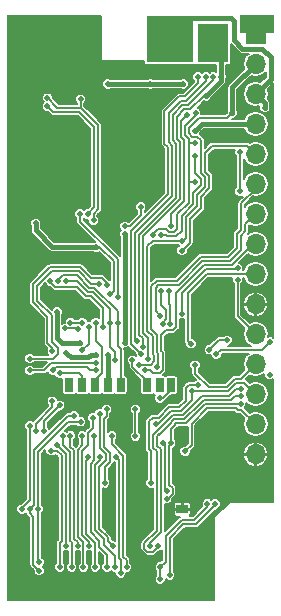
<source format=gbl>
G04 #@! TF.FileFunction,Copper,L2,Bot,Signal*
%FSLAX46Y46*%
G04 Gerber Fmt 4.6, Leading zero omitted, Abs format (unit mm)*
G04 Created by KiCad (PCBNEW 4.0.6+dfsg1-1) date Thu Dec 21 22:59:20 2017*
%MOMM*%
%LPD*%
G01*
G04 APERTURE LIST*
%ADD10C,0.100000*%
%ADD11R,1.700000X1.700000*%
%ADD12O,1.700000X1.700000*%
%ADD13R,0.700000X1.200000*%
%ADD14R,1.000000X1.200000*%
%ADD15R,1.000000X0.800000*%
%ADD16R,1.000000X2.800000*%
%ADD17R,1.300000X1.900000*%
%ADD18R,3.000000X1.500000*%
%ADD19R,4.000000X4.000000*%
%ADD20R,1.270000X4.191000*%
%ADD21R,2.600000X3.300000*%
%ADD22C,0.500000*%
%ADD23C,0.200000*%
%ADD24C,0.400000*%
%ADD25C,0.150000*%
G04 APERTURE END LIST*
D10*
D11*
X68322000Y-76378000D03*
D12*
X68322000Y-78918000D03*
X68322000Y-81458000D03*
X68322000Y-83998000D03*
X68322000Y-86538000D03*
X68322000Y-89078000D03*
X68322000Y-91618000D03*
X68322000Y-94158000D03*
X68322000Y-96698000D03*
X68322000Y-99238000D03*
X68322000Y-101778000D03*
X68322000Y-104318000D03*
X68322000Y-106858000D03*
X68322000Y-109398000D03*
X68322000Y-111938000D03*
D13*
X61150000Y-106100000D03*
X60200000Y-106100000D03*
X52500000Y-106100000D03*
X53600000Y-106100000D03*
X54700000Y-106100000D03*
X55800000Y-106100000D03*
X56900000Y-106100000D03*
X58000000Y-106100000D03*
X59100000Y-106100000D03*
D14*
X50950000Y-106100000D03*
X62100000Y-110400000D03*
D15*
X62100000Y-116600000D03*
D16*
X62100000Y-120750000D03*
D17*
X48600000Y-121200000D03*
D18*
X48750000Y-75500000D03*
X68450000Y-75500000D03*
D19*
X53100000Y-76800000D03*
X61100000Y-76800000D03*
D20*
X54246300Y-76895500D03*
X49953700Y-76895500D03*
D21*
X64700000Y-77150000D03*
D22*
X69500000Y-87800000D03*
X48900000Y-97400000D03*
X48900000Y-98700000D03*
X58600000Y-82600000D03*
X66950000Y-81200000D03*
X67500000Y-87800000D03*
X66400000Y-87800000D03*
X65900000Y-97300000D03*
X64850000Y-100400000D03*
X66800000Y-78800000D03*
X49200000Y-107150000D03*
X58800000Y-110400000D03*
X52900000Y-98950000D03*
X60800000Y-102350000D03*
X51300000Y-114450000D03*
X47900000Y-114450000D03*
X54450000Y-82700000D03*
X49050000Y-78850000D03*
X47850000Y-78550000D03*
X53800000Y-84450000D03*
X62800000Y-80000000D03*
X61000000Y-80000000D03*
X52100000Y-84550000D03*
X57400000Y-103400000D03*
X47850000Y-103650000D03*
X66500000Y-92800000D03*
X65900000Y-94500000D03*
X65900000Y-98500000D03*
X54300000Y-107500000D03*
X67750000Y-100450000D03*
X58000000Y-107100000D03*
X64100000Y-118350000D03*
X62100000Y-100750000D03*
X47850000Y-107150000D03*
X57800000Y-79750000D03*
X63400000Y-93150000D03*
X60399960Y-89150000D03*
X57600000Y-89150000D03*
X54450000Y-81450000D03*
X55200000Y-79750000D03*
X55700000Y-116000000D03*
X47850000Y-109550000D03*
X64300000Y-105350000D03*
X63700000Y-109750000D03*
X64900000Y-113600000D03*
X64900000Y-112300000D03*
X68700000Y-110700000D03*
X68700000Y-114250000D03*
X51300000Y-112500000D03*
X58650000Y-114400000D03*
X47899997Y-116600000D03*
X48575000Y-118750000D03*
X51250000Y-117600000D03*
X57600000Y-117600000D03*
X68950000Y-108100000D03*
X68100000Y-76275000D03*
X61800000Y-114400000D03*
X59350000Y-115700000D03*
X62450000Y-118350000D03*
X47850000Y-95100000D03*
X50300000Y-98700000D03*
X47850000Y-104850000D03*
X52725000Y-93775000D03*
X52725000Y-95025000D03*
X51475000Y-95025000D03*
X51475000Y-93775000D03*
X60920000Y-96187500D03*
X60920000Y-95412500D03*
X59680000Y-95412500D03*
X59680000Y-96187500D03*
X58750000Y-121500000D03*
X47800000Y-89400000D03*
X50900000Y-84750000D03*
X50200000Y-86600000D03*
X67000000Y-89700000D03*
X67000000Y-86350000D03*
X69500000Y-102450000D03*
X65000000Y-103500000D03*
X55800000Y-80600000D03*
X59400000Y-80600000D03*
X62200000Y-80600000D03*
X63450000Y-106100000D03*
X69500000Y-105200000D03*
X59450000Y-114400000D03*
X63200000Y-85600000D03*
X63200000Y-88900000D03*
X63250000Y-83050000D03*
X59650000Y-93400000D03*
X59400000Y-119700000D03*
X67050000Y-107050000D03*
X61200000Y-92650000D03*
X62500000Y-83250000D03*
X54800000Y-103550000D03*
X55800000Y-103550000D03*
X52300000Y-103350000D03*
X56000000Y-98400000D03*
X62100000Y-94700000D03*
X54850000Y-94400000D03*
X49700000Y-92400000D03*
X60050000Y-119700000D03*
X67050000Y-106400000D03*
X61150000Y-111000000D03*
X60800000Y-115700000D03*
X67050000Y-107700000D03*
X49200000Y-103850000D03*
X55050000Y-97500000D03*
X64400000Y-103100000D03*
X65900000Y-102300000D03*
X53450000Y-91600000D03*
X56650000Y-98600000D03*
X51600000Y-97300000D03*
X56650000Y-100800000D03*
X57900000Y-104000000D03*
X56400000Y-104000000D03*
X56000000Y-100800000D03*
X52250000Y-97300000D03*
X54800000Y-100800000D03*
X51150000Y-104850000D03*
X54800000Y-104850000D03*
X58950000Y-104850000D03*
X56150000Y-110400000D03*
X57400000Y-121500000D03*
X53250000Y-119700000D03*
X52650000Y-110400000D03*
X51500000Y-111150000D03*
X52250000Y-119700000D03*
X51750000Y-121500000D03*
X51000000Y-111650000D03*
X52750000Y-121500000D03*
X52000000Y-110400000D03*
X53750000Y-121500000D03*
X53650000Y-110400000D03*
X54750000Y-121500000D03*
X54150000Y-112200000D03*
X55750000Y-121500000D03*
X54650000Y-110400000D03*
X56400000Y-121500000D03*
X55150000Y-112200000D03*
X56500000Y-112200000D03*
X56900000Y-122000000D03*
X59950000Y-104600000D03*
X58150000Y-108150000D03*
X58150000Y-110400000D03*
X54550000Y-108850000D03*
X54250000Y-119700000D03*
X55150000Y-108500000D03*
X56250000Y-119700000D03*
X58650000Y-103500000D03*
X63450000Y-80000000D03*
X58750000Y-102850000D03*
X64750000Y-80000000D03*
X58250000Y-102350000D03*
X64100000Y-80000000D03*
X62850000Y-102600000D03*
X66800000Y-96200000D03*
X66800000Y-97200000D03*
X62100000Y-100050000D03*
X53500000Y-109200000D03*
X61100000Y-100900000D03*
X50000000Y-121100000D03*
X60250000Y-122500000D03*
X64250000Y-116150000D03*
X53650000Y-100800000D03*
X52650000Y-100800000D03*
X61000000Y-98100000D03*
X49900000Y-116600000D03*
X60250000Y-121500000D03*
X52950000Y-108700000D03*
X49996446Y-121803554D03*
X64900000Y-116150000D03*
X52150000Y-101300000D03*
X53250000Y-101350000D03*
X60450000Y-100900000D03*
X60350000Y-98100000D03*
X49200000Y-116600000D03*
X61050000Y-122200000D03*
X53650000Y-103150000D03*
X54200000Y-101150000D03*
X62900000Y-106600000D03*
X59850000Y-109350000D03*
X58450000Y-104350000D03*
X54800000Y-104200000D03*
X49200000Y-104850000D03*
X62100000Y-93900000D03*
X66350000Y-83050000D03*
X60300000Y-93400000D03*
X63200000Y-86700000D03*
X63200000Y-84550000D03*
X69100000Y-82600000D03*
X58600000Y-91000000D03*
X57250000Y-92650000D03*
X55400000Y-101150000D03*
X50950000Y-97300000D03*
X50700000Y-81800000D03*
X53500000Y-81900000D03*
X54600000Y-92150000D03*
X50700000Y-82500000D03*
X54100000Y-91600000D03*
X55700000Y-108150000D03*
X59250000Y-103850000D03*
X55550030Y-114400000D03*
X64108553Y-81608553D03*
X65400000Y-80000000D03*
X51750000Y-107800000D03*
X50403554Y-110003554D03*
X60800000Y-115050000D03*
X60500000Y-111000000D03*
X60250000Y-100200000D03*
X51100000Y-107450000D03*
X49700000Y-110000000D03*
X60200000Y-107200000D03*
X51750000Y-105100000D03*
X53450000Y-102500000D03*
X62350000Y-111700000D03*
X51700000Y-102300000D03*
X51500000Y-99900000D03*
X57250000Y-102500000D03*
X49200000Y-109550000D03*
X48550000Y-116600000D03*
X57250000Y-93300000D03*
X63200000Y-104400000D03*
X51100000Y-103200000D03*
X55700000Y-97600000D03*
D23*
X67500000Y-87800000D02*
X69500000Y-87800000D01*
X62100000Y-100750000D02*
X62100000Y-101600000D01*
X68100000Y-76275000D02*
X68100000Y-75850000D01*
X68100000Y-75850000D02*
X68450000Y-75500000D01*
X62100000Y-101600000D02*
X61350000Y-102350000D01*
X61350000Y-102350000D02*
X60800000Y-102350000D01*
X58000000Y-105200000D02*
X57400000Y-104600000D01*
X57400000Y-104600000D02*
X57400000Y-103400000D01*
X58000000Y-106100000D02*
X58000000Y-105200000D01*
X58000000Y-106100000D02*
X58000000Y-107100000D01*
X57600000Y-89150000D02*
X60399960Y-89150000D01*
X67000000Y-86350000D02*
X67000000Y-89700000D01*
X68850000Y-103100000D02*
X65400000Y-103100000D01*
X69500000Y-102450000D02*
X68850000Y-103100000D01*
X65400000Y-103100000D02*
X65000000Y-103500000D01*
X59609999Y-108849999D02*
X60103599Y-108849999D01*
X59450000Y-114400000D02*
X59450000Y-111679978D01*
X60103599Y-108849999D02*
X61020086Y-107933512D01*
X59450000Y-111679978D02*
X59299981Y-111529959D01*
X59299981Y-111529959D02*
X59299981Y-111239999D01*
X59299981Y-111239999D02*
X59300000Y-111239980D01*
X59300001Y-110049999D02*
X59300001Y-109159997D01*
X59300000Y-111239980D02*
X59300000Y-110350000D01*
X59300000Y-110350000D02*
X59299981Y-110349981D01*
X59299981Y-110349981D02*
X59299981Y-110050019D01*
X62400000Y-106361478D02*
X62661478Y-106100000D01*
X62400000Y-107396428D02*
X62400000Y-106361478D01*
X59299981Y-110050019D02*
X59300001Y-110049999D01*
X59300001Y-109159997D02*
X59609999Y-108849999D01*
X61020086Y-107933512D02*
X61862916Y-107933512D01*
X61862916Y-107933512D02*
X62400000Y-107396428D01*
X62661478Y-106100000D02*
X63450000Y-106100000D01*
D24*
X59400000Y-80600000D02*
X55800000Y-80600000D01*
X62200000Y-80600000D02*
X59400000Y-80600000D01*
D23*
X62650010Y-88900000D02*
X62650010Y-85600000D01*
X62650010Y-85600000D02*
X62650010Y-85235000D01*
X63200000Y-85600000D02*
X62650010Y-85600000D01*
X62650010Y-85235000D02*
X62349989Y-84934979D01*
X62349989Y-84934979D02*
X62349989Y-84165021D01*
X62349989Y-84165021D02*
X63250000Y-83265010D01*
X63250000Y-83265010D02*
X63250000Y-83050000D01*
X62650010Y-89700000D02*
X62650010Y-88900000D01*
X63200000Y-88900000D02*
X62650010Y-88900000D01*
X62650010Y-89700000D02*
X62650010Y-89449990D01*
X62650010Y-90649964D02*
X62650010Y-89700000D01*
X59650000Y-93400000D02*
X59650000Y-93309998D01*
X59650000Y-93309998D02*
X60059999Y-92899999D01*
X60059999Y-92899999D02*
X60709997Y-92899999D01*
X61440001Y-93150001D02*
X61700001Y-92890001D01*
X60709997Y-92899999D02*
X60959999Y-93150001D01*
X60959999Y-93150001D02*
X61440001Y-93150001D01*
X61700001Y-92890001D02*
X61700001Y-91599973D01*
X61700001Y-91599973D02*
X62650010Y-90649964D01*
X67050000Y-107050000D02*
X66543574Y-107050000D01*
X66543574Y-107050000D02*
X66242584Y-107350990D01*
X66242584Y-107350990D02*
X63930402Y-107350990D01*
X61455022Y-108983540D02*
X60950011Y-109488551D01*
X63930402Y-107350990D02*
X63581392Y-107700000D01*
X63581392Y-107700000D02*
X63579978Y-107700000D01*
X63579978Y-107700000D02*
X62296438Y-108983540D01*
X62296438Y-108983540D02*
X61455022Y-108983540D01*
X60950011Y-109488551D02*
X60950011Y-109489965D01*
X60950011Y-109489965D02*
X60489976Y-109950000D01*
X60000000Y-111050000D02*
X60000000Y-111240001D01*
X60000000Y-110759999D02*
X60000000Y-111050000D01*
X60000000Y-111050000D02*
X60000000Y-110439976D01*
X60150000Y-110289976D02*
X60489976Y-109950000D01*
X60000000Y-110439976D02*
X60489976Y-109950000D01*
X59999999Y-111240001D02*
X60300010Y-111540012D01*
X59400000Y-119700000D02*
X59400000Y-119454986D01*
X59400000Y-119454986D02*
X60300000Y-118554986D01*
X60300000Y-118554986D02*
X60300000Y-114784990D01*
X60300000Y-114784990D02*
X60300010Y-114784980D01*
X60300010Y-114784980D02*
X60300010Y-111540012D01*
X61200000Y-91604986D02*
X62300000Y-90504986D01*
X62300000Y-90504986D02*
X62300000Y-85379978D01*
X62300000Y-85379978D02*
X61999979Y-85079957D01*
X61200000Y-92650000D02*
X61200000Y-91604986D01*
X61999979Y-83750021D02*
X62500000Y-83250000D01*
X61999979Y-85079957D02*
X61999979Y-83750021D01*
X62100000Y-94700000D02*
X62750031Y-94049969D01*
X64400021Y-89429957D02*
X64400021Y-88500000D01*
X62750031Y-94049969D02*
X62750031Y-92034907D01*
X66759999Y-85849999D02*
X67633999Y-85849999D01*
X62750031Y-92034907D02*
X63700040Y-91084898D01*
X64049011Y-86450989D02*
X64649001Y-85850999D01*
X63700040Y-91084898D02*
X63700040Y-90129938D01*
X64399020Y-88370456D02*
X64049011Y-88020447D01*
X63700040Y-90129938D02*
X64400021Y-89429957D01*
X64400021Y-88500000D02*
X64399020Y-88498999D01*
X64049011Y-88020447D02*
X64049011Y-86450989D01*
X64399020Y-88498999D02*
X64399020Y-88370456D01*
X64649001Y-85850999D02*
X66758999Y-85850999D01*
X66758999Y-85850999D02*
X66759999Y-85849999D01*
X67633999Y-85849999D02*
X68322000Y-86538000D01*
D24*
X55800000Y-103550000D02*
X55800000Y-106100000D01*
X54800000Y-103550000D02*
X54350000Y-103550000D01*
X54350000Y-103550000D02*
X54150000Y-103750000D01*
X54150000Y-103750000D02*
X52700000Y-103750000D01*
X52700000Y-103750000D02*
X52300000Y-103350000D01*
D23*
X68350000Y-86510000D02*
X68000002Y-86510000D01*
D24*
X54825001Y-94375001D02*
X51075001Y-94375001D01*
X49700000Y-93000000D02*
X51075001Y-94375001D01*
X49700000Y-92400000D02*
X49700000Y-93000000D01*
X54850000Y-94400000D02*
X54825001Y-94375001D01*
D23*
X54850000Y-94400000D02*
X55100000Y-94400000D01*
X55100000Y-94400000D02*
X56299990Y-95599990D01*
X56299990Y-95599990D02*
X56299990Y-98100010D01*
X56299990Y-98100010D02*
X56000000Y-98400000D01*
X60450010Y-109493564D02*
X61310044Y-108633530D01*
X61310044Y-108633530D02*
X62150046Y-108633530D01*
X63454242Y-107333576D02*
X63787818Y-107000000D01*
X66100000Y-107000000D02*
X66700000Y-106400000D01*
X62150046Y-108633530D02*
X63450000Y-107333576D01*
X63450000Y-107333576D02*
X63454242Y-107333576D01*
X66700000Y-106400000D02*
X67050000Y-106400000D01*
X63787818Y-107000000D02*
X66100000Y-107000000D01*
X60050000Y-119700000D02*
X60050000Y-119790002D01*
X59159999Y-120200001D02*
X58899999Y-119940001D01*
X58899999Y-119459999D02*
X59949990Y-118410008D01*
X60050000Y-119790002D02*
X59640001Y-120200001D01*
X59949990Y-114640012D02*
X59950000Y-114640002D01*
X59640001Y-120200001D02*
X59159999Y-120200001D01*
X59894988Y-110050000D02*
X60450010Y-109494978D01*
X58899999Y-119940001D02*
X58899999Y-119459999D01*
X59649989Y-110294999D02*
X59894988Y-110050000D01*
X59949990Y-118410008D02*
X59949990Y-114640012D01*
X59950000Y-114640002D02*
X59950000Y-111684990D01*
X59950000Y-111684990D02*
X59649989Y-111384979D01*
X59650000Y-111384979D02*
X59650000Y-110294999D01*
X67050000Y-107700000D02*
X64074966Y-107700000D01*
X61150000Y-111000000D02*
X61150000Y-109784964D01*
X61400000Y-109534964D02*
X61400000Y-109533550D01*
X61150000Y-109784964D02*
X61400000Y-109534964D01*
X61400000Y-109533550D02*
X61600000Y-109333550D01*
X61600000Y-109333550D02*
X62441416Y-109333550D01*
X62441416Y-109333550D02*
X64074966Y-107700000D01*
X61150000Y-111000000D02*
X61150000Y-111100000D01*
X61150000Y-111100000D02*
X61000030Y-111249970D01*
X60890002Y-115700000D02*
X60800000Y-115700000D01*
X61000030Y-111249970D02*
X61000030Y-114510028D01*
X61000030Y-114510028D02*
X61300001Y-114809999D01*
X61300001Y-115290001D02*
X60890002Y-115700000D01*
X61300001Y-114809999D02*
X61300001Y-115290001D01*
X60800000Y-115700000D02*
X60888522Y-115700000D01*
X61150000Y-111088522D02*
X61150000Y-111000000D01*
X49200000Y-103850000D02*
X51190002Y-103850000D01*
X51049990Y-102409988D02*
X51049990Y-100189992D01*
X51190002Y-103850000D02*
X51600001Y-103440001D01*
X51600001Y-103440001D02*
X51600001Y-102959999D01*
X51600001Y-102959999D02*
X51049990Y-102409988D01*
X51049990Y-100189992D02*
X49799999Y-98940001D01*
X49799999Y-97709999D02*
X51060009Y-96449989D01*
X49799999Y-98940001D02*
X49799999Y-97709999D01*
X51060009Y-96449989D02*
X53332125Y-96449989D01*
X53332125Y-96449989D02*
X54382136Y-97500000D01*
X54382136Y-97500000D02*
X55050000Y-97500000D01*
X65900000Y-102300000D02*
X65200000Y-102300000D01*
X65200000Y-102300000D02*
X64400000Y-103100000D01*
X53450000Y-91600000D02*
X53450000Y-92255012D01*
X53450000Y-92255012D02*
X56650000Y-95455012D01*
X56650000Y-95455012D02*
X56650000Y-98600000D01*
X56650000Y-100800000D02*
X56650000Y-99840002D01*
X56650000Y-99840002D02*
X54660008Y-97850010D01*
X54660008Y-97850010D02*
X54238572Y-97850010D01*
X54238572Y-97850010D02*
X53187147Y-96799999D01*
X51600000Y-97209998D02*
X51600000Y-97300000D01*
X53187147Y-96799999D02*
X52009999Y-96799999D01*
X52009999Y-96799999D02*
X51600000Y-97209998D01*
X56650000Y-100800000D02*
X56650000Y-102800000D01*
X56650000Y-102800000D02*
X56900000Y-103050000D01*
X56900000Y-103050000D02*
X56900000Y-106100000D01*
X56000000Y-100800000D02*
X56000000Y-99684990D01*
X56000000Y-99684990D02*
X54515030Y-98200020D01*
X54515030Y-98200020D02*
X54508624Y-98206426D01*
X54508624Y-98206426D02*
X54101414Y-98206426D01*
X53193574Y-97300000D02*
X52800000Y-97300000D01*
X54101414Y-98206426D02*
X54095103Y-98200115D01*
X54095103Y-98200115D02*
X53193574Y-97300000D01*
X52800000Y-97300000D02*
X52250000Y-97300000D01*
X56400000Y-104000000D02*
X56400000Y-103250000D01*
X56000000Y-100800000D02*
X56000000Y-102850000D01*
X56000000Y-102850000D02*
X56400000Y-103250000D01*
X57900000Y-104538522D02*
X57900000Y-104000000D01*
X57900000Y-104538522D02*
X59100000Y-105738522D01*
X59100000Y-105738522D02*
X59100000Y-106100000D01*
X54800000Y-100800000D02*
X54800000Y-102400000D01*
X54800000Y-102400000D02*
X55300000Y-102900000D01*
X55300000Y-102900000D02*
X55300000Y-105100000D01*
X54700000Y-105700000D02*
X54700000Y-106100000D01*
X55300000Y-105100000D02*
X54700000Y-105700000D01*
X51150000Y-104850000D02*
X51400001Y-104599999D01*
X51400001Y-104599999D02*
X54050000Y-104600000D01*
X54050000Y-104600000D02*
X54300000Y-104850000D01*
X54300000Y-104850000D02*
X54800000Y-104850000D01*
X68322000Y-94158000D02*
X68081977Y-94158000D01*
X68081977Y-94158000D02*
X66289977Y-95950000D01*
X63955012Y-95950000D02*
X61599999Y-98305013D01*
X61599999Y-101150000D02*
X61349999Y-101400000D01*
X59650001Y-105100001D02*
X59400000Y-104850000D01*
X66289977Y-95950000D02*
X63955012Y-95950000D01*
X61599999Y-98305013D02*
X61599999Y-101150000D01*
X59400000Y-104850000D02*
X58950000Y-104850000D01*
X61349999Y-101400000D02*
X60750000Y-101400000D01*
X60750000Y-101400000D02*
X60300030Y-101849970D01*
X60300030Y-103170052D02*
X60450021Y-103320043D01*
X60300030Y-101849970D02*
X60300030Y-103170052D01*
X60450021Y-103320043D02*
X60450021Y-104839981D01*
X60450021Y-104839981D02*
X60190001Y-105100001D01*
X60190001Y-105100001D02*
X59650001Y-105100001D01*
X58950001Y-104850001D02*
X58950000Y-104850000D01*
X57400000Y-121500000D02*
X57400000Y-120915010D01*
X57400000Y-120915010D02*
X57100008Y-120615018D01*
X57100008Y-120615018D02*
X57100008Y-117840010D01*
X57100008Y-117840010D02*
X57099999Y-117840001D01*
X57099999Y-117840001D02*
X57099999Y-112059997D01*
X57099999Y-112059997D02*
X56150000Y-111109998D01*
X56150000Y-111109998D02*
X56150000Y-110400000D01*
X52650000Y-110400000D02*
X52650000Y-111312852D01*
X52949979Y-111612831D02*
X52949979Y-119104991D01*
X52650000Y-111312852D02*
X52949979Y-111612831D01*
X53250000Y-119405012D02*
X53250000Y-119700000D01*
X52949979Y-119104991D02*
X53250000Y-119405012D01*
X52249959Y-111899959D02*
X51500000Y-111150000D01*
X52250000Y-119700000D02*
X52250000Y-119450000D01*
X52250000Y-119450000D02*
X52249959Y-119449959D01*
X52249959Y-119449959D02*
X52249959Y-111899959D01*
X51000000Y-111650000D02*
X51505012Y-111650000D01*
X51505012Y-111650000D02*
X51899949Y-112044937D01*
X51899949Y-112044937D02*
X51899949Y-119300051D01*
X51899949Y-119300051D02*
X51750000Y-119450000D01*
X51750000Y-119450000D02*
X51750000Y-121500000D01*
X52000000Y-110400000D02*
X52000000Y-111156426D01*
X52000000Y-111156426D02*
X52599969Y-111756395D01*
X52599969Y-111756395D02*
X52599969Y-119249969D01*
X52599969Y-119249969D02*
X52750000Y-119400000D01*
X52750000Y-119400000D02*
X52750000Y-121500000D01*
X53750000Y-119600000D02*
X53750000Y-121500000D01*
X53299989Y-118960013D02*
X53750000Y-119410024D01*
X53650000Y-111205012D02*
X53299989Y-111555023D01*
X53650000Y-110400000D02*
X53650000Y-111205012D01*
X53750000Y-119410024D02*
X53750000Y-119600000D01*
X53299989Y-111555023D02*
X53299989Y-118960013D01*
X54150000Y-112200000D02*
X54150000Y-112350000D01*
X54150000Y-112350000D02*
X54000000Y-112500000D01*
X54000000Y-112500000D02*
X54000000Y-118670048D01*
X54000000Y-118670048D02*
X54750000Y-119420048D01*
X54750000Y-119420048D02*
X54750000Y-121500000D01*
X55750000Y-121500000D02*
X55750000Y-120434990D01*
X55750000Y-120434990D02*
X55100010Y-119785000D01*
X55100010Y-119275070D02*
X54350010Y-118525070D01*
X55100010Y-119785000D02*
X55100010Y-119275070D01*
X54350010Y-118525070D02*
X54350010Y-112739992D01*
X54650000Y-112440002D02*
X54650000Y-110400000D01*
X54350010Y-112739992D02*
X54650000Y-112440002D01*
X56400000Y-121500000D02*
X56400000Y-120590002D01*
X56400000Y-120590002D02*
X55450020Y-119640022D01*
X55450020Y-119640022D02*
X55450020Y-119130092D01*
X55450020Y-119130092D02*
X54700020Y-118380092D01*
X54700020Y-118380092D02*
X54700020Y-112884970D01*
X54700020Y-112884970D02*
X55150000Y-112434990D01*
X55150000Y-112434990D02*
X55150000Y-112200000D01*
X56900000Y-122000000D02*
X56900000Y-120909998D01*
X56900000Y-120909998D02*
X56750000Y-120759998D01*
X56750000Y-120759998D02*
X56750000Y-117984990D01*
X56750000Y-117984990D02*
X56749989Y-117984979D01*
X56749989Y-117984979D02*
X56749989Y-112449989D01*
X56749989Y-112449989D02*
X56500000Y-112200000D01*
X68322000Y-89078000D02*
X68322000Y-89478000D01*
X67100000Y-92940002D02*
X66749990Y-93290012D01*
X68322000Y-89478000D02*
X67100000Y-90700000D01*
X66749990Y-94500011D02*
X66000021Y-95249980D01*
X67100000Y-90700000D02*
X67100000Y-92940002D01*
X66749990Y-93290012D02*
X66749990Y-94500011D01*
X66000021Y-95249980D02*
X63665056Y-95249980D01*
X63665056Y-95249980D02*
X61665047Y-97249989D01*
X61665047Y-97249989D02*
X59955022Y-97249989D01*
X59955022Y-97249989D02*
X59500050Y-97704961D01*
X59500050Y-97704961D02*
X59500050Y-97750000D01*
X59950020Y-101825054D02*
X59500050Y-101375084D01*
X60100011Y-104449989D02*
X59950000Y-104600000D01*
X60100011Y-103465021D02*
X60100011Y-104449989D01*
X59950020Y-103315030D02*
X60100011Y-103465021D01*
X59500050Y-101375084D02*
X59500050Y-101375059D01*
X59500000Y-101375084D02*
X59500050Y-101375059D01*
X59950020Y-101825054D02*
X59950020Y-103315030D01*
X58150000Y-108150000D02*
X58150000Y-110400000D01*
X59500000Y-101375059D02*
X59500000Y-97750000D01*
X54550000Y-108850000D02*
X54550000Y-109761478D01*
X54550000Y-109761478D02*
X54150000Y-110161478D01*
X54150000Y-110161478D02*
X54150000Y-111200000D01*
X54150000Y-111200000D02*
X53649999Y-111700001D01*
X53649999Y-111700001D02*
X53649999Y-118815035D01*
X53649999Y-118815035D02*
X54250000Y-119415036D01*
X54250000Y-119415036D02*
X54250000Y-119700000D01*
X55650001Y-111959999D02*
X55650001Y-112440001D01*
X55150001Y-111459999D02*
X55150001Y-108500001D01*
X55150001Y-108500001D02*
X55150000Y-108500000D01*
X55150001Y-111459999D02*
X55650001Y-111959999D01*
X55050030Y-113029948D02*
X55050030Y-118235114D01*
X55650001Y-112440001D02*
X55060054Y-113029948D01*
X55800030Y-118985114D02*
X55800030Y-119250030D01*
X55060054Y-113029948D02*
X55050030Y-113029948D01*
X55050030Y-118235114D02*
X55800030Y-118985114D01*
X55800030Y-119250030D02*
X56250000Y-119700000D01*
X58650000Y-103500000D02*
X57750000Y-102600000D01*
X57750000Y-102600000D02*
X57750000Y-93075034D01*
X60899960Y-85959890D02*
X60599939Y-85659869D01*
X57750000Y-93075034D02*
X60899960Y-89925074D01*
X60899960Y-89925074D02*
X60899960Y-85959890D01*
X60599939Y-85659869D02*
X60599939Y-82925095D01*
X60599939Y-82925095D02*
X61875034Y-81650000D01*
X61875034Y-81650000D02*
X62337128Y-81650000D01*
X62337128Y-81650000D02*
X63450000Y-80537128D01*
X63450000Y-80537128D02*
X63450000Y-80000000D01*
X58750000Y-102850000D02*
X58750000Y-102109998D01*
X58750000Y-102109998D02*
X58450020Y-101810018D01*
X58450020Y-93364990D02*
X61599980Y-90215030D01*
X62577115Y-82399989D02*
X64750000Y-80227104D01*
X58450020Y-101810018D02*
X58450020Y-93364990D01*
X61599980Y-90215030D02*
X61599980Y-85669934D01*
X62115021Y-82399989D02*
X62577115Y-82399989D01*
X61599980Y-85669934D02*
X61299959Y-85369913D01*
X61299959Y-85369913D02*
X61299959Y-83215051D01*
X61299959Y-83215051D02*
X62115021Y-82399989D01*
X64750000Y-80227104D02*
X64750000Y-80000000D01*
X58100010Y-100400000D02*
X58100010Y-93220012D01*
X62432137Y-82049979D02*
X64100000Y-80382116D01*
X58100010Y-93220012D02*
X61249970Y-90070052D01*
X61249970Y-90070052D02*
X61249970Y-85814912D01*
X61249970Y-85814912D02*
X60949949Y-85514891D01*
X60949949Y-85514891D02*
X60949949Y-83070073D01*
X60949949Y-83070073D02*
X61970043Y-82049979D01*
X61970043Y-82049979D02*
X62432137Y-82049979D01*
X64100000Y-80382116D02*
X64100000Y-80000000D01*
X58100010Y-100400000D02*
X58100010Y-100650010D01*
X58100010Y-100400000D02*
X58100010Y-102200010D01*
X58100010Y-102200010D02*
X58250000Y-102350000D01*
X68322000Y-96698000D02*
X67042002Y-96698000D01*
X67040002Y-96700000D02*
X64194988Y-96700000D01*
X67042002Y-96698000D02*
X67040002Y-96700000D01*
X62850000Y-102600000D02*
X62600000Y-102350000D01*
X62600000Y-102350000D02*
X62600000Y-98294988D01*
X62600000Y-98294988D02*
X64194988Y-96700000D01*
X66800000Y-97200000D02*
X66800000Y-100256000D01*
X66800000Y-100256000D02*
X68322000Y-101778000D01*
X62100000Y-100050000D02*
X62100000Y-98300000D01*
X62100000Y-98300000D02*
X64100000Y-96300000D01*
X64100000Y-96300000D02*
X66700000Y-96300000D01*
X66700000Y-96300000D02*
X66800000Y-96200000D01*
X53500000Y-109200000D02*
X52459998Y-109200000D01*
X52459998Y-109200000D02*
X49900000Y-111759998D01*
X49900000Y-111759998D02*
X49900000Y-116600000D01*
X61000000Y-98100000D02*
X61000000Y-99200000D01*
X61000000Y-99200000D02*
X61100000Y-99300000D01*
X61100000Y-100900000D02*
X61100000Y-99300000D01*
X60250000Y-121500000D02*
X60700990Y-121049010D01*
X60700990Y-118866914D02*
X62065915Y-117501989D01*
X60700990Y-121049010D02*
X60700990Y-118866914D01*
X62065915Y-117501989D02*
X63142959Y-117501989D01*
X63142959Y-117501989D02*
X64250000Y-116394948D01*
X64250000Y-116394948D02*
X64250000Y-116150000D01*
X60250000Y-121500000D02*
X60250000Y-122500000D01*
X50000000Y-121100000D02*
X49900000Y-121000000D01*
X49900000Y-121000000D02*
X49900000Y-120390002D01*
X53650000Y-100800000D02*
X52650000Y-100800000D01*
X49900000Y-120390002D02*
X49900000Y-116600000D01*
X52950000Y-108700000D02*
X52465010Y-108700000D01*
X52465010Y-108700000D02*
X49549990Y-111615020D01*
X49549990Y-111615020D02*
X49549990Y-116210008D01*
X49549990Y-116210008D02*
X49200000Y-116559998D01*
X49200000Y-116559998D02*
X49200000Y-116600000D01*
X60450000Y-100900000D02*
X60450000Y-100809998D01*
X60350000Y-98100000D02*
X60350000Y-99300000D01*
X60750000Y-100509998D02*
X60750000Y-99700000D01*
X60350000Y-99300000D02*
X60750000Y-99700000D01*
X60450000Y-100809998D02*
X60750000Y-100509998D01*
X52150000Y-101300000D02*
X53200000Y-101300000D01*
X53200000Y-101300000D02*
X53250000Y-101350000D01*
X61050000Y-122200000D02*
X61050000Y-119011478D01*
X61050000Y-119011478D02*
X62210479Y-117850999D01*
X62210479Y-117850999D02*
X63287523Y-117850999D01*
X63287523Y-117850999D02*
X64900000Y-116238522D01*
X64900000Y-116238522D02*
X64900000Y-116150000D01*
X49996446Y-121803554D02*
X49499999Y-121307107D01*
X49499999Y-121307107D02*
X49499999Y-117250009D01*
X49499999Y-117250009D02*
X49200000Y-116950010D01*
X49200000Y-116950010D02*
X49200000Y-116600000D01*
X62900000Y-106600000D02*
X66006426Y-106600000D01*
X67364999Y-105900999D02*
X68322000Y-106858000D01*
X66006426Y-106600000D02*
X66705427Y-105900999D01*
X66705427Y-105900999D02*
X67364999Y-105900999D01*
X62900000Y-106600000D02*
X62900000Y-107390002D01*
X62900000Y-107390002D02*
X62006482Y-108283520D01*
X62006482Y-108283520D02*
X61165066Y-108283520D01*
X61165066Y-108283520D02*
X60100000Y-109348586D01*
X54200000Y-101150000D02*
X54200000Y-102600000D01*
X54200000Y-102600000D02*
X53650000Y-103150000D01*
X60100000Y-109348586D02*
X59851414Y-109348586D01*
X59851414Y-109348586D02*
X59850000Y-109350000D01*
X60100000Y-109348586D02*
X60100000Y-109350000D01*
X49200000Y-104850000D02*
X50409998Y-104850000D01*
X50409998Y-104850000D02*
X51010009Y-104249989D01*
X51010009Y-104249989D02*
X52134979Y-104249989D01*
X54750000Y-104250000D02*
X54800000Y-104200000D01*
X52134979Y-104249989D02*
X52134990Y-104250000D01*
X52134990Y-104250000D02*
X54750000Y-104250000D01*
D24*
X66350000Y-80890000D02*
X68322000Y-78918000D01*
D23*
X58749001Y-104349001D02*
X58450999Y-104349001D01*
X58450999Y-104349001D02*
X58450000Y-104350000D01*
X54799010Y-104199010D02*
X54800000Y-104200000D01*
X58749001Y-104349001D02*
X59489521Y-104349001D01*
X59489521Y-104349001D02*
X59750001Y-104088521D01*
X59750001Y-103609999D02*
X59600010Y-103460008D01*
X59750001Y-104088521D02*
X59750001Y-103609999D01*
X59600010Y-103460008D02*
X59600010Y-101970032D01*
X59600010Y-101970032D02*
X59150040Y-101520062D01*
X59150040Y-101520062D02*
X59150040Y-94349960D01*
X59150040Y-94349960D02*
X59600000Y-93900000D01*
X59600000Y-93900000D02*
X60900000Y-93900000D01*
X60900000Y-93900000D02*
X62100000Y-93900000D01*
X63700001Y-86400000D02*
X63700001Y-88165011D01*
X63700001Y-88165011D02*
X64050011Y-88515021D01*
X64050011Y-88515021D02*
X64050011Y-89284979D01*
X64050011Y-89284979D02*
X63350030Y-89984960D01*
X63350030Y-89984960D02*
X63350030Y-90939920D01*
X63350030Y-90939920D02*
X62400021Y-91889929D01*
X62400021Y-91889929D02*
X62400021Y-93599979D01*
X62400021Y-93599979D02*
X62100000Y-93900000D01*
X63700001Y-86400000D02*
X63700001Y-86749999D01*
X63700001Y-85359999D02*
X63700001Y-86400000D01*
X63390003Y-85050001D02*
X63700001Y-85359999D01*
X63390003Y-85050001D02*
X62959999Y-85050001D01*
X62959999Y-85050001D02*
X62699999Y-84790001D01*
X62699999Y-84790001D02*
X62699999Y-84309999D01*
X62699999Y-84309999D02*
X63509998Y-83500000D01*
X63509998Y-83500000D02*
X65900000Y-83500000D01*
X65900000Y-83500000D02*
X66350000Y-83050000D01*
D24*
X66350000Y-83050000D02*
X66350000Y-82700000D01*
X66350000Y-82700000D02*
X66350000Y-80890000D01*
D23*
X63200000Y-86700000D02*
X63200000Y-88159998D01*
X63700001Y-89140001D02*
X63000020Y-89839982D01*
X63200000Y-88159998D02*
X63700001Y-88659999D01*
X60815021Y-93500011D02*
X60715010Y-93400000D01*
X63700001Y-88659999D02*
X63700001Y-89140001D01*
X63000020Y-89839982D02*
X63000020Y-90794942D01*
X63000020Y-90794942D02*
X62050011Y-91744951D01*
X62050011Y-91744951D02*
X62050011Y-93034979D01*
X62050011Y-93034979D02*
X61584979Y-93500011D01*
X61584979Y-93500011D02*
X60815021Y-93500011D01*
X60715010Y-93400000D02*
X60300000Y-93400000D01*
D24*
X63830000Y-83970000D02*
X63780000Y-83970000D01*
X63780000Y-83970000D02*
X63200000Y-84550000D01*
D23*
X60300000Y-93400000D02*
X60365010Y-93400000D01*
X63200000Y-84600000D02*
X63250000Y-84550000D01*
D24*
X68350000Y-83970000D02*
X63830000Y-83970000D01*
X61100000Y-76800000D02*
X62900000Y-75000000D01*
X62900000Y-75000000D02*
X66250000Y-75000000D01*
X68900000Y-77600000D02*
X69600000Y-78300000D01*
X66250000Y-75000000D02*
X66500000Y-75250000D01*
X66500000Y-75250000D02*
X66500000Y-76900000D01*
X66500000Y-76900000D02*
X67200000Y-77600000D01*
X67200000Y-77600000D02*
X68900000Y-77600000D01*
X69600000Y-78300000D02*
X69600000Y-80180000D01*
X69600000Y-80180000D02*
X68350000Y-81430000D01*
X69100000Y-82600000D02*
X69100000Y-82180000D01*
X69100000Y-82180000D02*
X68350000Y-81430000D01*
D23*
X68350000Y-81430000D02*
X68380000Y-81430000D01*
X57680046Y-92650000D02*
X57250000Y-92650000D01*
X57680046Y-92650000D02*
X58600000Y-91730046D01*
X58600000Y-91730046D02*
X58600000Y-91000000D01*
X55400000Y-101150000D02*
X55400000Y-99579978D01*
X55400000Y-99579978D02*
X54376458Y-98556436D01*
X54376458Y-98556436D02*
X53956361Y-98556436D01*
X53956361Y-98556436D02*
X53799963Y-98400038D01*
X53799963Y-98400038D02*
X53200000Y-97800000D01*
X53200000Y-97800000D02*
X51359998Y-97800000D01*
X51359998Y-97800000D02*
X50950000Y-97390002D01*
X50950000Y-97390002D02*
X50950000Y-97300000D01*
X54600000Y-92150000D02*
X54600000Y-91593574D01*
X54600000Y-91593574D02*
X55000000Y-91193574D01*
X55000000Y-84101414D02*
X54300000Y-83401414D01*
X54300000Y-83400000D02*
X53500000Y-82600000D01*
X55000000Y-91193574D02*
X55000000Y-84101414D01*
X54300000Y-83401414D02*
X54300000Y-83400000D01*
X52900000Y-82600000D02*
X51540002Y-82600000D01*
X51540002Y-82600000D02*
X50740002Y-81800000D01*
X50740002Y-81800000D02*
X50700000Y-81800000D01*
X53500000Y-81900000D02*
X53500000Y-82600000D01*
X53100000Y-82600000D02*
X52900000Y-82600000D01*
X52900000Y-82600000D02*
X53500000Y-82600000D01*
X50700000Y-82500000D02*
X51200000Y-83000000D01*
X51200000Y-83000000D02*
X53405012Y-83000000D01*
X53405012Y-83000000D02*
X54650990Y-84245978D01*
X54650990Y-84245978D02*
X54650990Y-91049010D01*
X54650990Y-91049010D02*
X54100000Y-91600000D01*
X54100000Y-91600000D02*
X54100000Y-91550000D01*
X55700000Y-108150000D02*
X55700000Y-108750011D01*
X55700000Y-108750011D02*
X55500011Y-108950000D01*
X55550000Y-113034990D02*
X55550000Y-113900000D01*
X55500011Y-108950000D02*
X55500011Y-111315021D01*
X56000011Y-111815021D02*
X56000011Y-112584979D01*
X55500011Y-111315021D02*
X56000011Y-111815021D01*
X56000011Y-112584979D02*
X55550000Y-113034990D01*
X55550000Y-113900000D02*
X55550030Y-113900030D01*
X55550030Y-113900030D02*
X55550030Y-114400000D01*
X58800030Y-101665040D02*
X59250000Y-102115010D01*
X58800030Y-93509968D02*
X58800030Y-101665040D01*
X61949990Y-90360008D02*
X58800030Y-93509968D01*
X61649969Y-85224935D02*
X61949990Y-85524956D01*
X61949990Y-85524956D02*
X61949990Y-90360008D01*
X62259999Y-82749999D02*
X61649969Y-83360029D01*
X62809999Y-82749999D02*
X62259999Y-82749999D01*
X63951445Y-81608553D02*
X62809999Y-82749999D01*
X61649969Y-83360029D02*
X61649969Y-85224935D01*
X64108553Y-81608553D02*
X63951445Y-81608553D01*
X59250000Y-102115010D02*
X59250000Y-103850000D01*
D24*
X65400000Y-80000000D02*
X65400000Y-80317106D01*
X65400000Y-80317106D02*
X64108553Y-81608553D01*
X65400000Y-80000000D02*
X65400000Y-77850000D01*
X65400000Y-77850000D02*
X64700000Y-77150000D01*
D23*
X50403554Y-110003554D02*
X50403554Y-109146446D01*
X50403554Y-109146446D02*
X51750000Y-107800000D01*
X60800000Y-115050000D02*
X60800000Y-115000000D01*
X60800000Y-115000000D02*
X60650020Y-114850020D01*
X60650020Y-114850020D02*
X60650020Y-111150020D01*
X60650020Y-111150020D02*
X60500000Y-111000000D01*
X68322000Y-91618000D02*
X67450008Y-92489992D01*
X59850000Y-99800000D02*
X60250000Y-100200000D01*
X67450008Y-92489992D02*
X67450008Y-93084982D01*
X67100000Y-94644989D02*
X66144999Y-95599990D01*
X63810034Y-95599990D02*
X61810025Y-97599999D01*
X67450008Y-93084982D02*
X67100000Y-93434990D01*
X61810025Y-97599999D02*
X60100000Y-97599999D01*
X67100000Y-93434990D02*
X67100000Y-94644989D01*
X66144999Y-95599990D02*
X63810034Y-95599990D01*
X60100000Y-97599999D02*
X59850000Y-97849999D01*
X59850000Y-97849999D02*
X59850000Y-99800000D01*
X49700000Y-110000000D02*
X49700000Y-109700000D01*
X51100000Y-107956426D02*
X49700000Y-109356426D01*
X49700000Y-109356426D02*
X49700000Y-109700000D01*
X51100000Y-107450000D02*
X51100000Y-107956426D01*
X60200000Y-107200000D02*
X60450000Y-107200000D01*
X60450000Y-107200000D02*
X61150000Y-106500000D01*
X61150000Y-106500000D02*
X61150000Y-106100000D01*
X51750000Y-105100000D02*
X53350000Y-105100000D01*
X53350000Y-105100000D02*
X53600000Y-105350000D01*
X53600000Y-105350000D02*
X53600000Y-106100000D01*
D24*
X53450000Y-102500000D02*
X51900000Y-102500000D01*
X51900000Y-102500000D02*
X51700000Y-102300000D01*
X57250000Y-94600000D02*
X57250000Y-93300000D01*
X57250000Y-102500000D02*
X57250000Y-94600000D01*
D23*
X62350000Y-111700000D02*
X62900000Y-111150000D01*
X62900000Y-111150000D02*
X62900000Y-109369954D01*
X66659998Y-108050000D02*
X66809999Y-108200001D01*
X62900000Y-109369954D02*
X64219954Y-108050000D01*
X64219954Y-108050000D02*
X66659998Y-108050000D01*
X67124001Y-108200001D02*
X68322000Y-109398000D01*
X66809999Y-108200001D02*
X67124001Y-108200001D01*
X49200000Y-109550000D02*
X49200000Y-109799960D01*
X49200000Y-109799960D02*
X49199980Y-109799980D01*
X48550000Y-116600000D02*
X48550000Y-116509998D01*
X48550000Y-116509998D02*
X49199980Y-115860018D01*
X49199980Y-115860018D02*
X49199980Y-109799980D01*
D24*
X51500000Y-99900000D02*
X51500000Y-102100000D01*
X51500000Y-102100000D02*
X51700000Y-102300000D01*
D23*
X65861862Y-106250990D02*
X66560863Y-105551989D01*
X64339512Y-106250990D02*
X65861862Y-106250990D01*
X63200000Y-104400000D02*
X63200000Y-105111478D01*
X63200000Y-105111478D02*
X64339512Y-106250990D01*
X66560863Y-105551989D02*
X67088011Y-105551989D01*
X67088011Y-105551989D02*
X68322000Y-104318000D01*
X51100000Y-103200000D02*
X51100000Y-102954986D01*
X49449989Y-99084979D02*
X49449989Y-97565021D01*
X51100000Y-102954986D02*
X50699980Y-102554966D01*
X50699980Y-102554966D02*
X50699980Y-100334970D01*
X53477103Y-96099979D02*
X54377123Y-96999999D01*
X50699980Y-100334970D02*
X49449989Y-99084979D01*
X49449989Y-97565021D02*
X50915031Y-96099979D01*
X54377123Y-96999999D02*
X55290001Y-96999999D01*
X50915031Y-96099979D02*
X53477103Y-96099979D01*
X55290001Y-96999999D02*
X55700000Y-97409998D01*
X55700000Y-97409998D02*
X55700000Y-97600000D01*
D25*
G36*
X55275000Y-78600000D02*
X55280909Y-78629179D01*
X55297705Y-78653761D01*
X55322741Y-78669871D01*
X55350000Y-78675000D01*
X58870592Y-78675000D01*
X58870592Y-78800000D01*
X58886281Y-78883380D01*
X58935559Y-78959960D01*
X59010747Y-79011334D01*
X59100000Y-79029408D01*
X63100000Y-79029408D01*
X63183380Y-79013719D01*
X63250771Y-78970354D01*
X63310747Y-79011334D01*
X63400000Y-79029408D01*
X64975000Y-79029408D01*
X64975000Y-79579105D01*
X64844898Y-79525082D01*
X64655931Y-79524918D01*
X64481286Y-79597080D01*
X64425019Y-79653249D01*
X64369417Y-79597549D01*
X64194898Y-79525082D01*
X64005931Y-79524918D01*
X63831286Y-79597080D01*
X63775019Y-79653249D01*
X63719417Y-79597549D01*
X63544898Y-79525082D01*
X63355931Y-79524918D01*
X63181286Y-79597080D01*
X63047549Y-79730583D01*
X62975082Y-79905102D01*
X62974918Y-80094069D01*
X63047080Y-80268714D01*
X63125000Y-80346771D01*
X63125000Y-80402509D01*
X62202508Y-81325000D01*
X61875039Y-81325000D01*
X61875034Y-81324999D01*
X61750662Y-81349739D01*
X61645224Y-81420190D01*
X61645222Y-81420193D01*
X60370129Y-82695285D01*
X60299678Y-82800723D01*
X60274939Y-82925095D01*
X60274939Y-85659869D01*
X60299678Y-85784241D01*
X60370129Y-85889679D01*
X60574960Y-86094510D01*
X60574960Y-89790454D01*
X58925000Y-91440414D01*
X58925000Y-91346732D01*
X59002451Y-91269417D01*
X59074918Y-91094898D01*
X59075082Y-90905931D01*
X59002920Y-90731286D01*
X58869417Y-90597549D01*
X58694898Y-90525082D01*
X58505931Y-90524918D01*
X58331286Y-90597080D01*
X58197549Y-90730583D01*
X58125082Y-90905102D01*
X58124918Y-91094069D01*
X58197080Y-91268714D01*
X58275000Y-91346771D01*
X58275000Y-91595427D01*
X57571102Y-92299324D01*
X57519417Y-92247549D01*
X57344898Y-92175082D01*
X57155931Y-92174918D01*
X56981286Y-92247080D01*
X56847549Y-92380583D01*
X56775082Y-92555102D01*
X56774918Y-92744069D01*
X56847080Y-92918714D01*
X56903249Y-92974981D01*
X56847549Y-93030583D01*
X56775082Y-93205102D01*
X56774918Y-93394069D01*
X56825000Y-93515276D01*
X56825000Y-95170393D01*
X53775000Y-92120392D01*
X53775000Y-91946771D01*
X53830583Y-92002451D01*
X54005102Y-92074918D01*
X54125065Y-92075022D01*
X54124918Y-92244069D01*
X54197080Y-92418714D01*
X54330583Y-92552451D01*
X54505102Y-92624918D01*
X54694069Y-92625082D01*
X54868714Y-92552920D01*
X55002451Y-92419417D01*
X55074918Y-92244898D01*
X55075082Y-92055931D01*
X55002920Y-91881286D01*
X54925000Y-91803229D01*
X54925000Y-91728194D01*
X55229807Y-91423386D01*
X55229810Y-91423384D01*
X55272042Y-91360179D01*
X55300261Y-91317947D01*
X55325000Y-91193574D01*
X55325000Y-84101414D01*
X55300261Y-83977042D01*
X55300261Y-83977041D01*
X55262800Y-83920978D01*
X55229810Y-83871604D01*
X55229807Y-83871602D01*
X54532657Y-83174451D01*
X54529810Y-83170190D01*
X53825000Y-82465380D01*
X53825000Y-82246732D01*
X53902451Y-82169417D01*
X53974918Y-81994898D01*
X53975082Y-81805931D01*
X53902920Y-81631286D01*
X53769417Y-81497549D01*
X53594898Y-81425082D01*
X53405931Y-81424918D01*
X53231286Y-81497080D01*
X53097549Y-81630583D01*
X53025082Y-81805102D01*
X53024918Y-81994069D01*
X53097080Y-82168714D01*
X53175000Y-82246771D01*
X53175000Y-82275000D01*
X51674622Y-82275000D01*
X51175022Y-81775400D01*
X51175082Y-81705931D01*
X51102920Y-81531286D01*
X50969417Y-81397549D01*
X50794898Y-81325082D01*
X50605931Y-81324918D01*
X50431286Y-81397080D01*
X50297549Y-81530583D01*
X50225082Y-81705102D01*
X50224918Y-81894069D01*
X50297080Y-82068714D01*
X50378248Y-82150025D01*
X50297549Y-82230583D01*
X50225082Y-82405102D01*
X50224918Y-82594069D01*
X50297080Y-82768714D01*
X50430583Y-82902451D01*
X50605102Y-82974918D01*
X50715394Y-82975014D01*
X50970190Y-83229810D01*
X51075628Y-83300261D01*
X51200000Y-83325001D01*
X51200005Y-83325000D01*
X53270392Y-83325000D01*
X54325990Y-84380598D01*
X54325990Y-90914391D01*
X54115367Y-91125013D01*
X54005931Y-91124918D01*
X53831286Y-91197080D01*
X53775019Y-91253249D01*
X53719417Y-91197549D01*
X53544898Y-91125082D01*
X53355931Y-91124918D01*
X53181286Y-91197080D01*
X53047549Y-91330583D01*
X52975082Y-91505102D01*
X52974918Y-91694069D01*
X53047080Y-91868714D01*
X53125000Y-91946771D01*
X53125000Y-92255012D01*
X53149739Y-92379384D01*
X53220190Y-92484822D01*
X54685369Y-93950001D01*
X51251041Y-93950001D01*
X50125000Y-92823960D01*
X50125000Y-92615113D01*
X50174918Y-92494898D01*
X50175082Y-92305931D01*
X50102920Y-92131286D01*
X49969417Y-91997549D01*
X49794898Y-91925082D01*
X49605931Y-91924918D01*
X49431286Y-91997080D01*
X49297549Y-92130583D01*
X49225082Y-92305102D01*
X49224918Y-92494069D01*
X49275000Y-92615276D01*
X49275000Y-93000000D01*
X49301114Y-93131286D01*
X49307351Y-93162641D01*
X49399480Y-93300520D01*
X50774481Y-94675521D01*
X50912360Y-94767650D01*
X50939344Y-94773017D01*
X51075001Y-94800001D01*
X54578137Y-94800001D01*
X54580583Y-94802451D01*
X54755102Y-94874918D01*
X54944069Y-94875082D01*
X55065350Y-94824970D01*
X55974990Y-95734610D01*
X55974990Y-97203132D01*
X55969417Y-97197549D01*
X55930656Y-97181454D01*
X55929810Y-97180188D01*
X55519811Y-96770189D01*
X55414373Y-96699738D01*
X55290001Y-96674999D01*
X54511742Y-96674999D01*
X53706913Y-95870169D01*
X53601475Y-95799718D01*
X53477103Y-95774979D01*
X50915031Y-95774979D01*
X50790659Y-95799718D01*
X50685221Y-95870169D01*
X49220179Y-97335211D01*
X49149728Y-97440649D01*
X49124989Y-97565021D01*
X49124989Y-99084979D01*
X49149728Y-99209351D01*
X49220179Y-99314789D01*
X50374980Y-100469590D01*
X50374980Y-102554966D01*
X50399719Y-102679338D01*
X50470170Y-102784776D01*
X50673615Y-102988221D01*
X50625082Y-103105102D01*
X50624918Y-103294069D01*
X50697080Y-103468714D01*
X50753268Y-103525000D01*
X49546732Y-103525000D01*
X49469417Y-103447549D01*
X49294898Y-103375082D01*
X49105931Y-103374918D01*
X48931286Y-103447080D01*
X48797549Y-103580583D01*
X48725082Y-103755102D01*
X48724918Y-103944069D01*
X48797080Y-104118714D01*
X48930583Y-104252451D01*
X49105102Y-104324918D01*
X49294069Y-104325082D01*
X49468714Y-104252920D01*
X49546771Y-104175000D01*
X50625379Y-104175000D01*
X50275378Y-104525000D01*
X49546732Y-104525000D01*
X49469417Y-104447549D01*
X49294898Y-104375082D01*
X49105931Y-104374918D01*
X48931286Y-104447080D01*
X48797549Y-104580583D01*
X48725082Y-104755102D01*
X48724918Y-104944069D01*
X48797080Y-105118714D01*
X48930583Y-105252451D01*
X49105102Y-105324918D01*
X49294069Y-105325082D01*
X49468714Y-105252920D01*
X49546771Y-105175000D01*
X50409998Y-105175000D01*
X50534370Y-105150261D01*
X50639808Y-105079810D01*
X50704341Y-105015277D01*
X50747080Y-105118714D01*
X50880583Y-105252451D01*
X51055102Y-105324918D01*
X51244069Y-105325082D01*
X51316659Y-105295089D01*
X51347080Y-105368714D01*
X51480583Y-105502451D01*
X51655102Y-105574918D01*
X51844069Y-105575082D01*
X51920592Y-105543463D01*
X51920592Y-106700000D01*
X51936281Y-106783380D01*
X51985559Y-106859960D01*
X52060747Y-106911334D01*
X52150000Y-106929408D01*
X52850000Y-106929408D01*
X52933380Y-106913719D01*
X53009960Y-106864441D01*
X53050378Y-106805287D01*
X53085559Y-106859960D01*
X53160747Y-106911334D01*
X53250000Y-106929408D01*
X53950000Y-106929408D01*
X54033380Y-106913719D01*
X54109960Y-106864441D01*
X54150378Y-106805287D01*
X54185559Y-106859960D01*
X54260747Y-106911334D01*
X54350000Y-106929408D01*
X55050000Y-106929408D01*
X55133380Y-106913719D01*
X55209960Y-106864441D01*
X55250378Y-106805287D01*
X55285559Y-106859960D01*
X55360747Y-106911334D01*
X55450000Y-106929408D01*
X56150000Y-106929408D01*
X56233380Y-106913719D01*
X56309960Y-106864441D01*
X56350378Y-106805287D01*
X56385559Y-106859960D01*
X56460747Y-106911334D01*
X56550000Y-106929408D01*
X57250000Y-106929408D01*
X57333380Y-106913719D01*
X57409960Y-106864441D01*
X57461334Y-106789253D01*
X57479408Y-106700000D01*
X57479408Y-105500000D01*
X57463719Y-105416620D01*
X57414441Y-105340040D01*
X57339253Y-105288666D01*
X57250000Y-105270592D01*
X57225000Y-105270592D01*
X57225000Y-103050000D01*
X57219902Y-103024372D01*
X57210075Y-102974966D01*
X57344069Y-102975082D01*
X57518714Y-102902920D01*
X57556040Y-102865660D01*
X58175013Y-103484633D01*
X58174918Y-103594069D01*
X58181256Y-103609409D01*
X58169417Y-103597549D01*
X57994898Y-103525082D01*
X57805931Y-103524918D01*
X57631286Y-103597080D01*
X57497549Y-103730583D01*
X57425082Y-103905102D01*
X57424918Y-104094069D01*
X57497080Y-104268714D01*
X57575000Y-104346771D01*
X57575000Y-104538522D01*
X57599739Y-104662894D01*
X57670190Y-104768332D01*
X58520592Y-105618734D01*
X58520592Y-106700000D01*
X58536281Y-106783380D01*
X58585559Y-106859960D01*
X58660747Y-106911334D01*
X58750000Y-106929408D01*
X59450000Y-106929408D01*
X59533380Y-106913719D01*
X59609960Y-106864441D01*
X59650378Y-106805287D01*
X59685559Y-106859960D01*
X59760747Y-106911334D01*
X59807373Y-106920776D01*
X59797549Y-106930583D01*
X59725082Y-107105102D01*
X59724918Y-107294069D01*
X59797080Y-107468714D01*
X59930583Y-107602451D01*
X60105102Y-107674918D01*
X60294069Y-107675082D01*
X60468714Y-107602920D01*
X60570851Y-107500961D01*
X60574372Y-107500261D01*
X60679810Y-107429810D01*
X61180211Y-106929408D01*
X61500000Y-106929408D01*
X61583380Y-106913719D01*
X61659960Y-106864441D01*
X61711334Y-106789253D01*
X61729408Y-106700000D01*
X61729408Y-105500000D01*
X61713719Y-105416620D01*
X61664441Y-105340040D01*
X61589253Y-105288666D01*
X61500000Y-105270592D01*
X60800000Y-105270592D01*
X60716620Y-105286281D01*
X60674979Y-105313076D01*
X60639253Y-105288666D01*
X60550000Y-105270592D01*
X60479030Y-105270592D01*
X60679831Y-105069791D01*
X60750282Y-104964353D01*
X60775022Y-104839981D01*
X60775021Y-104839976D01*
X60775021Y-103320043D01*
X60769925Y-103294424D01*
X60750282Y-103195670D01*
X60712910Y-103139740D01*
X60679831Y-103090233D01*
X60679828Y-103090231D01*
X60625030Y-103035433D01*
X60625030Y-101984590D01*
X60884619Y-101725000D01*
X61349999Y-101725000D01*
X61474371Y-101700261D01*
X61579809Y-101629810D01*
X61579810Y-101629809D01*
X61829806Y-101379812D01*
X61829809Y-101379810D01*
X61881185Y-101302920D01*
X61900260Y-101274373D01*
X61924999Y-101150000D01*
X61924999Y-100491656D01*
X62005102Y-100524918D01*
X62194069Y-100525082D01*
X62275000Y-100491642D01*
X62275000Y-102350000D01*
X62299739Y-102474372D01*
X62370190Y-102579810D01*
X62375013Y-102584633D01*
X62374918Y-102694069D01*
X62447080Y-102868714D01*
X62580583Y-103002451D01*
X62755102Y-103074918D01*
X62944069Y-103075082D01*
X63118714Y-103002920D01*
X63252451Y-102869417D01*
X63324918Y-102694898D01*
X63325082Y-102505931D01*
X63252920Y-102331286D01*
X63119417Y-102197549D01*
X62944898Y-102125082D01*
X62925000Y-102125065D01*
X62925000Y-98429608D01*
X64329607Y-97025000D01*
X66358343Y-97025000D01*
X66325082Y-97105102D01*
X66324918Y-97294069D01*
X66397080Y-97468714D01*
X66475000Y-97546771D01*
X66475000Y-100256000D01*
X66499739Y-100380372D01*
X66570190Y-100485810D01*
X67365138Y-101280758D01*
X67307770Y-101366615D01*
X67225940Y-101778000D01*
X67307770Y-102189385D01*
X67540800Y-102538140D01*
X67889555Y-102771170D01*
X67908810Y-102775000D01*
X65994267Y-102775000D01*
X66168714Y-102702920D01*
X66302451Y-102569417D01*
X66374918Y-102394898D01*
X66375082Y-102205931D01*
X66302920Y-102031286D01*
X66169417Y-101897549D01*
X65994898Y-101825082D01*
X65805931Y-101824918D01*
X65631286Y-101897080D01*
X65553229Y-101975000D01*
X65200005Y-101975000D01*
X65200000Y-101974999D01*
X65075628Y-101999739D01*
X64970190Y-102070190D01*
X64415367Y-102625013D01*
X64305931Y-102624918D01*
X64131286Y-102697080D01*
X63997549Y-102830583D01*
X63925082Y-103005102D01*
X63924918Y-103194069D01*
X63997080Y-103368714D01*
X64130583Y-103502451D01*
X64305102Y-103574918D01*
X64494069Y-103575082D01*
X64524946Y-103562324D01*
X64524918Y-103594069D01*
X64597080Y-103768714D01*
X64730583Y-103902451D01*
X64905102Y-103974918D01*
X65094069Y-103975082D01*
X65268714Y-103902920D01*
X65402451Y-103769417D01*
X65474918Y-103594898D01*
X65475014Y-103484606D01*
X65534619Y-103425000D01*
X67739640Y-103425000D01*
X67540800Y-103557860D01*
X67307770Y-103906615D01*
X67225940Y-104318000D01*
X67307770Y-104729385D01*
X67365138Y-104815242D01*
X66953391Y-105226989D01*
X66560868Y-105226989D01*
X66560863Y-105226988D01*
X66436491Y-105251728D01*
X66331053Y-105322179D01*
X66331051Y-105322182D01*
X65727242Y-105925990D01*
X64474131Y-105925990D01*
X63525000Y-104976858D01*
X63525000Y-104746732D01*
X63602451Y-104669417D01*
X63674918Y-104494898D01*
X63675082Y-104305931D01*
X63602920Y-104131286D01*
X63469417Y-103997549D01*
X63294898Y-103925082D01*
X63105931Y-103924918D01*
X62931286Y-103997080D01*
X62797549Y-104130583D01*
X62725082Y-104305102D01*
X62724918Y-104494069D01*
X62797080Y-104668714D01*
X62875000Y-104746771D01*
X62875000Y-105111478D01*
X62899739Y-105235850D01*
X62970190Y-105341288D01*
X63283676Y-105654773D01*
X63181286Y-105697080D01*
X63103229Y-105775000D01*
X62661483Y-105775000D01*
X62661478Y-105774999D01*
X62537106Y-105799739D01*
X62431668Y-105870190D01*
X62170190Y-106131668D01*
X62099739Y-106237106D01*
X62075000Y-106361478D01*
X62075000Y-107261809D01*
X61728296Y-107608512D01*
X61020086Y-107608512D01*
X60895713Y-107633251D01*
X60857812Y-107658576D01*
X60790276Y-107703702D01*
X60790274Y-107703705D01*
X59968979Y-108524999D01*
X59609999Y-108524999D01*
X59485626Y-108549738D01*
X59446880Y-108575628D01*
X59380189Y-108620189D01*
X59380187Y-108620192D01*
X59070191Y-108930187D01*
X58999740Y-109035625D01*
X58975001Y-109159997D01*
X58975001Y-110049918D01*
X58974981Y-110050019D01*
X58974981Y-110349981D01*
X58975000Y-110350077D01*
X58975000Y-111239903D01*
X58974981Y-111239999D01*
X58974981Y-111529959D01*
X58999720Y-111654331D01*
X59070171Y-111759769D01*
X59125000Y-111814598D01*
X59125000Y-114053268D01*
X59047549Y-114130583D01*
X58975082Y-114305102D01*
X58974918Y-114494069D01*
X59047080Y-114668714D01*
X59180583Y-114802451D01*
X59355102Y-114874918D01*
X59544069Y-114875082D01*
X59624990Y-114841646D01*
X59624990Y-118275389D01*
X58670189Y-119230189D01*
X58599738Y-119335627D01*
X58574999Y-119459999D01*
X58574999Y-119940001D01*
X58599738Y-120064373D01*
X58670189Y-120169811D01*
X58930187Y-120429808D01*
X58930189Y-120429811D01*
X59021236Y-120490646D01*
X59035627Y-120500262D01*
X59159999Y-120525002D01*
X59160004Y-120525001D01*
X59640001Y-120525001D01*
X59764373Y-120500262D01*
X59869811Y-120429811D01*
X60124557Y-120175065D01*
X60144069Y-120175082D01*
X60318714Y-120102920D01*
X60375990Y-120045744D01*
X60375990Y-120914390D01*
X60265367Y-121025013D01*
X60155931Y-121024918D01*
X59981286Y-121097080D01*
X59847549Y-121230583D01*
X59775082Y-121405102D01*
X59774918Y-121594069D01*
X59847080Y-121768714D01*
X59925000Y-121846771D01*
X59925000Y-122153268D01*
X59847549Y-122230583D01*
X59775082Y-122405102D01*
X59774918Y-122594069D01*
X59847080Y-122768714D01*
X59980583Y-122902451D01*
X60155102Y-122974918D01*
X60344069Y-122975082D01*
X60518714Y-122902920D01*
X60652451Y-122769417D01*
X60724918Y-122594898D01*
X60724960Y-122546730D01*
X60780583Y-122602451D01*
X60955102Y-122674918D01*
X61144069Y-122675082D01*
X61318714Y-122602920D01*
X61452451Y-122469417D01*
X61524918Y-122294898D01*
X61525082Y-122105931D01*
X61452920Y-121931286D01*
X61375000Y-121853229D01*
X61375000Y-119146098D01*
X62345099Y-118175999D01*
X63287523Y-118175999D01*
X63411895Y-118151260D01*
X63517333Y-118080809D01*
X64973078Y-116625064D01*
X64994069Y-116625082D01*
X65168714Y-116552920D01*
X65302451Y-116419417D01*
X65374918Y-116244898D01*
X65375082Y-116055931D01*
X65302920Y-115881286D01*
X65169417Y-115747549D01*
X64994898Y-115675082D01*
X64805931Y-115674918D01*
X64631286Y-115747080D01*
X64575019Y-115803249D01*
X64519417Y-115747549D01*
X64344898Y-115675082D01*
X64155931Y-115674918D01*
X63981286Y-115747080D01*
X63847549Y-115880583D01*
X63775082Y-116055102D01*
X63774918Y-116244069D01*
X63823553Y-116361775D01*
X63008339Y-117176989D01*
X62741209Y-117176989D01*
X62790746Y-117127452D01*
X62825000Y-117044756D01*
X62825000Y-116706250D01*
X62768750Y-116650000D01*
X62150000Y-116650000D01*
X62150000Y-116670000D01*
X62050000Y-116670000D01*
X62050000Y-116650000D01*
X61431250Y-116650000D01*
X61375000Y-116706250D01*
X61375000Y-117044756D01*
X61409254Y-117127452D01*
X61472548Y-117190746D01*
X61555245Y-117225000D01*
X61906714Y-117225000D01*
X61836105Y-117272179D01*
X61836103Y-117272182D01*
X60625000Y-118483284D01*
X60625000Y-116141657D01*
X60705102Y-116174918D01*
X60894069Y-116175082D01*
X60942080Y-116155244D01*
X61375000Y-116155244D01*
X61375000Y-116493750D01*
X61431250Y-116550000D01*
X62050000Y-116550000D01*
X62050000Y-116031250D01*
X62150000Y-116031250D01*
X62150000Y-116550000D01*
X62768750Y-116550000D01*
X62825000Y-116493750D01*
X62825000Y-116155244D01*
X62790746Y-116072548D01*
X62727452Y-116009254D01*
X62644755Y-115975000D01*
X62206250Y-115975000D01*
X62150000Y-116031250D01*
X62050000Y-116031250D01*
X61993750Y-115975000D01*
X61555245Y-115975000D01*
X61472548Y-116009254D01*
X61409254Y-116072548D01*
X61375000Y-116155244D01*
X60942080Y-116155244D01*
X61068714Y-116102920D01*
X61202451Y-115969417D01*
X61274918Y-115794898D01*
X61274936Y-115774686D01*
X61529811Y-115519811D01*
X61600262Y-115414373D01*
X61625001Y-115290001D01*
X61625001Y-114809999D01*
X61600262Y-114685627D01*
X61529811Y-114580189D01*
X61325030Y-114375408D01*
X61325030Y-111441630D01*
X61418714Y-111402920D01*
X61552451Y-111269417D01*
X61624918Y-111094898D01*
X61625082Y-110905931D01*
X61552920Y-110731286D01*
X61475000Y-110653229D01*
X61475000Y-109919584D01*
X61629807Y-109764776D01*
X61629810Y-109764774D01*
X61632657Y-109760513D01*
X61734620Y-109658550D01*
X62441416Y-109658550D01*
X62565788Y-109633811D01*
X62575000Y-109627656D01*
X62575000Y-111015381D01*
X62365367Y-111225013D01*
X62255931Y-111224918D01*
X62081286Y-111297080D01*
X61947549Y-111430583D01*
X61875082Y-111605102D01*
X61874918Y-111794069D01*
X61947080Y-111968714D01*
X62080583Y-112102451D01*
X62255102Y-112174918D01*
X62444069Y-112175082D01*
X62491775Y-112155370D01*
X67269205Y-112155370D01*
X67423855Y-112528738D01*
X67718288Y-112827476D01*
X68104630Y-112990799D01*
X68272000Y-112955592D01*
X68272000Y-111988000D01*
X68372000Y-111988000D01*
X68372000Y-112955592D01*
X68539370Y-112990799D01*
X68925712Y-112827476D01*
X69220145Y-112528738D01*
X69374795Y-112155370D01*
X69339522Y-111988000D01*
X68372000Y-111988000D01*
X68272000Y-111988000D01*
X67304478Y-111988000D01*
X67269205Y-112155370D01*
X62491775Y-112155370D01*
X62618714Y-112102920D01*
X62752451Y-111969417D01*
X62824918Y-111794898D01*
X62824982Y-111720630D01*
X67269205Y-111720630D01*
X67304478Y-111888000D01*
X68272000Y-111888000D01*
X68272000Y-110920408D01*
X68372000Y-110920408D01*
X68372000Y-111888000D01*
X69339522Y-111888000D01*
X69374795Y-111720630D01*
X69220145Y-111347262D01*
X68925712Y-111048524D01*
X68539370Y-110885201D01*
X68372000Y-110920408D01*
X68272000Y-110920408D01*
X68104630Y-110885201D01*
X67718288Y-111048524D01*
X67423855Y-111347262D01*
X67269205Y-111720630D01*
X62824982Y-111720630D01*
X62825014Y-111684606D01*
X63129807Y-111379812D01*
X63129810Y-111379810D01*
X63182963Y-111300261D01*
X63200261Y-111274373D01*
X63225000Y-111150000D01*
X63225000Y-109504574D01*
X64354574Y-108375000D01*
X66525379Y-108375000D01*
X66580187Y-108429808D01*
X66580189Y-108429811D01*
X66640621Y-108470190D01*
X66685626Y-108500262D01*
X66809999Y-108525001D01*
X66989381Y-108525001D01*
X67365138Y-108900758D01*
X67307770Y-108986615D01*
X67225940Y-109398000D01*
X67307770Y-109809385D01*
X67540800Y-110158140D01*
X67889555Y-110391170D01*
X68300940Y-110473000D01*
X68343060Y-110473000D01*
X68754445Y-110391170D01*
X69103200Y-110158140D01*
X69336230Y-109809385D01*
X69418060Y-109398000D01*
X69336230Y-108986615D01*
X69103200Y-108637860D01*
X68754445Y-108404830D01*
X68343060Y-108323000D01*
X68300940Y-108323000D01*
X67889555Y-108404830D01*
X67828947Y-108445327D01*
X67402700Y-108019080D01*
X67452451Y-107969417D01*
X67524918Y-107794898D01*
X67525082Y-107605931D01*
X67512831Y-107576281D01*
X67540800Y-107618140D01*
X67889555Y-107851170D01*
X68300940Y-107933000D01*
X68343060Y-107933000D01*
X68754445Y-107851170D01*
X69103200Y-107618140D01*
X69336230Y-107269385D01*
X69418060Y-106858000D01*
X69336230Y-106446615D01*
X69103200Y-106097860D01*
X68754445Y-105864830D01*
X68343060Y-105783000D01*
X68300940Y-105783000D01*
X67889555Y-105864830D01*
X67828947Y-105905327D01*
X67594809Y-105671189D01*
X67495072Y-105604548D01*
X67828947Y-105270673D01*
X67889555Y-105311170D01*
X68300940Y-105393000D01*
X68343060Y-105393000D01*
X68754445Y-105311170D01*
X69025060Y-105130351D01*
X69024918Y-105294069D01*
X69097080Y-105468714D01*
X69230583Y-105602451D01*
X69405102Y-105674918D01*
X69594069Y-105675082D01*
X69768714Y-105602920D01*
X69825000Y-105546732D01*
X69825000Y-116025000D01*
X66100000Y-116025000D01*
X66070821Y-116030909D01*
X66046967Y-116046967D01*
X64796967Y-117296967D01*
X64780512Y-117321778D01*
X64775000Y-117350000D01*
X64775000Y-124325000D01*
X47375000Y-124325000D01*
X47375000Y-116694069D01*
X48074918Y-116694069D01*
X48147080Y-116868714D01*
X48280583Y-117002451D01*
X48455102Y-117074918D01*
X48644069Y-117075082D01*
X48818714Y-117002920D01*
X48874981Y-116946751D01*
X48875000Y-116946771D01*
X48875000Y-116950010D01*
X48899739Y-117074382D01*
X48970190Y-117179820D01*
X49174999Y-117384628D01*
X49174999Y-121307107D01*
X49199738Y-121431479D01*
X49270189Y-121536917D01*
X49521459Y-121788187D01*
X49521364Y-121897623D01*
X49593526Y-122072268D01*
X49727029Y-122206005D01*
X49901548Y-122278472D01*
X50090515Y-122278636D01*
X50265160Y-122206474D01*
X50398897Y-122072971D01*
X50471364Y-121898452D01*
X50471528Y-121709485D01*
X50399366Y-121534840D01*
X50318194Y-121453526D01*
X50402451Y-121369417D01*
X50474918Y-121194898D01*
X50475082Y-121005931D01*
X50402920Y-120831286D01*
X50269417Y-120697549D01*
X50225000Y-120679105D01*
X50225000Y-116946732D01*
X50302451Y-116869417D01*
X50374918Y-116694898D01*
X50375082Y-116505931D01*
X50302920Y-116331286D01*
X50225000Y-116253229D01*
X50225000Y-111894618D01*
X50525048Y-111594570D01*
X50524918Y-111744069D01*
X50597080Y-111918714D01*
X50730583Y-112052451D01*
X50905102Y-112124918D01*
X51094069Y-112125082D01*
X51268714Y-112052920D01*
X51346771Y-111975000D01*
X51370392Y-111975000D01*
X51574949Y-112179557D01*
X51574949Y-119165431D01*
X51520190Y-119220190D01*
X51449739Y-119325628D01*
X51425000Y-119450000D01*
X51425000Y-121153268D01*
X51347549Y-121230583D01*
X51275082Y-121405102D01*
X51274918Y-121594069D01*
X51347080Y-121768714D01*
X51480583Y-121902451D01*
X51655102Y-121974918D01*
X51844069Y-121975082D01*
X52018714Y-121902920D01*
X52152451Y-121769417D01*
X52224918Y-121594898D01*
X52225082Y-121405931D01*
X52152920Y-121231286D01*
X52075000Y-121153229D01*
X52075000Y-120141657D01*
X52155102Y-120174918D01*
X52344069Y-120175082D01*
X52425000Y-120141642D01*
X52425000Y-121153268D01*
X52347549Y-121230583D01*
X52275082Y-121405102D01*
X52274918Y-121594069D01*
X52347080Y-121768714D01*
X52480583Y-121902451D01*
X52655102Y-121974918D01*
X52844069Y-121975082D01*
X53018714Y-121902920D01*
X53152451Y-121769417D01*
X53224918Y-121594898D01*
X53225082Y-121405931D01*
X53152920Y-121231286D01*
X53075000Y-121153229D01*
X53075000Y-120141657D01*
X53155102Y-120174918D01*
X53344069Y-120175082D01*
X53425000Y-120141642D01*
X53425000Y-121153268D01*
X53347549Y-121230583D01*
X53275082Y-121405102D01*
X53274918Y-121594069D01*
X53347080Y-121768714D01*
X53480583Y-121902451D01*
X53655102Y-121974918D01*
X53844069Y-121975082D01*
X54018714Y-121902920D01*
X54152451Y-121769417D01*
X54224918Y-121594898D01*
X54225082Y-121405931D01*
X54152920Y-121231286D01*
X54075000Y-121153229D01*
X54075000Y-120141657D01*
X54155102Y-120174918D01*
X54344069Y-120175082D01*
X54425000Y-120141642D01*
X54425000Y-121153268D01*
X54347549Y-121230583D01*
X54275082Y-121405102D01*
X54274918Y-121594069D01*
X54347080Y-121768714D01*
X54480583Y-121902451D01*
X54655102Y-121974918D01*
X54844069Y-121975082D01*
X55018714Y-121902920D01*
X55152451Y-121769417D01*
X55224918Y-121594898D01*
X55225082Y-121405931D01*
X55152920Y-121231286D01*
X55075000Y-121153229D01*
X55075000Y-120219610D01*
X55425000Y-120569609D01*
X55425000Y-121153268D01*
X55347549Y-121230583D01*
X55275082Y-121405102D01*
X55274918Y-121594069D01*
X55347080Y-121768714D01*
X55480583Y-121902451D01*
X55655102Y-121974918D01*
X55844069Y-121975082D01*
X56018714Y-121902920D01*
X56074981Y-121846751D01*
X56130583Y-121902451D01*
X56305102Y-121974918D01*
X56425021Y-121975022D01*
X56424918Y-122094069D01*
X56497080Y-122268714D01*
X56630583Y-122402451D01*
X56805102Y-122474918D01*
X56994069Y-122475082D01*
X57168714Y-122402920D01*
X57302451Y-122269417D01*
X57374918Y-122094898D01*
X57375022Y-121974979D01*
X57494069Y-121975082D01*
X57668714Y-121902920D01*
X57802451Y-121769417D01*
X57874918Y-121594898D01*
X57875082Y-121405931D01*
X57802920Y-121231286D01*
X57725000Y-121153229D01*
X57725000Y-120915015D01*
X57725001Y-120915010D01*
X57700261Y-120790638D01*
X57629810Y-120685200D01*
X57425008Y-120480398D01*
X57425008Y-117840015D01*
X57425009Y-117840010D01*
X57424999Y-117839960D01*
X57424999Y-112059997D01*
X57408092Y-111975000D01*
X57400260Y-111935624D01*
X57359752Y-111875000D01*
X57329809Y-111830187D01*
X57329806Y-111830185D01*
X56475000Y-110975378D01*
X56475000Y-110746732D01*
X56552451Y-110669417D01*
X56624918Y-110494898D01*
X56625082Y-110305931D01*
X56552920Y-110131286D01*
X56419417Y-109997549D01*
X56244898Y-109925082D01*
X56055931Y-109924918D01*
X55881286Y-109997080D01*
X55825011Y-110053257D01*
X55825011Y-109084620D01*
X55929810Y-108979821D01*
X56000261Y-108874383D01*
X56025000Y-108750011D01*
X56025000Y-108496732D01*
X56102451Y-108419417D01*
X56174918Y-108244898D01*
X56174918Y-108244069D01*
X57674918Y-108244069D01*
X57747080Y-108418714D01*
X57825000Y-108496771D01*
X57825000Y-110053268D01*
X57747549Y-110130583D01*
X57675082Y-110305102D01*
X57674918Y-110494069D01*
X57747080Y-110668714D01*
X57880583Y-110802451D01*
X58055102Y-110874918D01*
X58244069Y-110875082D01*
X58418714Y-110802920D01*
X58552451Y-110669417D01*
X58624918Y-110494898D01*
X58625082Y-110305931D01*
X58552920Y-110131286D01*
X58475000Y-110053229D01*
X58475000Y-108496732D01*
X58552451Y-108419417D01*
X58624918Y-108244898D01*
X58625082Y-108055931D01*
X58552920Y-107881286D01*
X58419417Y-107747549D01*
X58244898Y-107675082D01*
X58055931Y-107674918D01*
X57881286Y-107747080D01*
X57747549Y-107880583D01*
X57675082Y-108055102D01*
X57674918Y-108244069D01*
X56174918Y-108244069D01*
X56175082Y-108055931D01*
X56102920Y-107881286D01*
X55969417Y-107747549D01*
X55794898Y-107675082D01*
X55605931Y-107674918D01*
X55431286Y-107747080D01*
X55297549Y-107880583D01*
X55237550Y-108025076D01*
X55055931Y-108024918D01*
X54881286Y-108097080D01*
X54747549Y-108230583D01*
X54681275Y-108390187D01*
X54644898Y-108375082D01*
X54455931Y-108374918D01*
X54281286Y-108447080D01*
X54147549Y-108580583D01*
X54075082Y-108755102D01*
X54074918Y-108944069D01*
X54147080Y-109118714D01*
X54225000Y-109196771D01*
X54225000Y-109626859D01*
X53920190Y-109931668D01*
X53885563Y-109983491D01*
X53744898Y-109925082D01*
X53555931Y-109924918D01*
X53381286Y-109997080D01*
X53247549Y-110130583D01*
X53175082Y-110305102D01*
X53174918Y-110494069D01*
X53247080Y-110668714D01*
X53325000Y-110746771D01*
X53325000Y-111070393D01*
X53096080Y-111299312D01*
X52975000Y-111178232D01*
X52975000Y-110746732D01*
X53052451Y-110669417D01*
X53124918Y-110494898D01*
X53125082Y-110305931D01*
X53052920Y-110131286D01*
X52919417Y-109997549D01*
X52744898Y-109925082D01*
X52555931Y-109924918D01*
X52381286Y-109997080D01*
X52325019Y-110053249D01*
X52269417Y-109997549D01*
X52165302Y-109954316D01*
X52594618Y-109525000D01*
X53153268Y-109525000D01*
X53230583Y-109602451D01*
X53405102Y-109674918D01*
X53594069Y-109675082D01*
X53768714Y-109602920D01*
X53902451Y-109469417D01*
X53974918Y-109294898D01*
X53975082Y-109105931D01*
X53902920Y-108931286D01*
X53769417Y-108797549D01*
X53594898Y-108725082D01*
X53424979Y-108724935D01*
X53425082Y-108605931D01*
X53352920Y-108431286D01*
X53219417Y-108297549D01*
X53044898Y-108225082D01*
X52855931Y-108224918D01*
X52681286Y-108297080D01*
X52603229Y-108375000D01*
X52465015Y-108375000D01*
X52465010Y-108374999D01*
X52340638Y-108399739D01*
X52235200Y-108470190D01*
X50854447Y-109850943D01*
X50806474Y-109734840D01*
X50728554Y-109656783D01*
X50728554Y-109281066D01*
X51734633Y-108274987D01*
X51844069Y-108275082D01*
X52018714Y-108202920D01*
X52152451Y-108069417D01*
X52224918Y-107894898D01*
X52225082Y-107705931D01*
X52152920Y-107531286D01*
X52019417Y-107397549D01*
X51844898Y-107325082D01*
X51655931Y-107324918D01*
X51575080Y-107358325D01*
X51575082Y-107355931D01*
X51502920Y-107181286D01*
X51369417Y-107047549D01*
X51194898Y-106975082D01*
X51005931Y-106974918D01*
X50831286Y-107047080D01*
X50697549Y-107180583D01*
X50625082Y-107355102D01*
X50624918Y-107544069D01*
X50697080Y-107718714D01*
X50775000Y-107796771D01*
X50775000Y-107821806D01*
X49470190Y-109126616D01*
X49459073Y-109143254D01*
X49294898Y-109075082D01*
X49105931Y-109074918D01*
X48931286Y-109147080D01*
X48797549Y-109280583D01*
X48725082Y-109455102D01*
X48724918Y-109644069D01*
X48797080Y-109818714D01*
X48874980Y-109896751D01*
X48874980Y-115725399D01*
X48475443Y-116124935D01*
X48455931Y-116124918D01*
X48281286Y-116197080D01*
X48147549Y-116330583D01*
X48075082Y-116505102D01*
X48074918Y-116694069D01*
X47375000Y-116694069D01*
X47375000Y-80694069D01*
X55324918Y-80694069D01*
X55397080Y-80868714D01*
X55530583Y-81002451D01*
X55705102Y-81074918D01*
X55894069Y-81075082D01*
X56015276Y-81025000D01*
X59184887Y-81025000D01*
X59305102Y-81074918D01*
X59494069Y-81075082D01*
X59615276Y-81025000D01*
X61984887Y-81025000D01*
X62105102Y-81074918D01*
X62294069Y-81075082D01*
X62468714Y-81002920D01*
X62602451Y-80869417D01*
X62674918Y-80694898D01*
X62675082Y-80505931D01*
X62602920Y-80331286D01*
X62469417Y-80197549D01*
X62294898Y-80125082D01*
X62105931Y-80124918D01*
X61984724Y-80175000D01*
X59615113Y-80175000D01*
X59494898Y-80125082D01*
X59305931Y-80124918D01*
X59184724Y-80175000D01*
X56015113Y-80175000D01*
X55894898Y-80125082D01*
X55705931Y-80124918D01*
X55531286Y-80197080D01*
X55397549Y-80330583D01*
X55325082Y-80505102D01*
X55324918Y-80694069D01*
X47375000Y-80694069D01*
X47375000Y-74875000D01*
X55275000Y-74875000D01*
X55275000Y-78600000D01*
X55275000Y-78600000D01*
G37*
X55275000Y-78600000D02*
X55280909Y-78629179D01*
X55297705Y-78653761D01*
X55322741Y-78669871D01*
X55350000Y-78675000D01*
X58870592Y-78675000D01*
X58870592Y-78800000D01*
X58886281Y-78883380D01*
X58935559Y-78959960D01*
X59010747Y-79011334D01*
X59100000Y-79029408D01*
X63100000Y-79029408D01*
X63183380Y-79013719D01*
X63250771Y-78970354D01*
X63310747Y-79011334D01*
X63400000Y-79029408D01*
X64975000Y-79029408D01*
X64975000Y-79579105D01*
X64844898Y-79525082D01*
X64655931Y-79524918D01*
X64481286Y-79597080D01*
X64425019Y-79653249D01*
X64369417Y-79597549D01*
X64194898Y-79525082D01*
X64005931Y-79524918D01*
X63831286Y-79597080D01*
X63775019Y-79653249D01*
X63719417Y-79597549D01*
X63544898Y-79525082D01*
X63355931Y-79524918D01*
X63181286Y-79597080D01*
X63047549Y-79730583D01*
X62975082Y-79905102D01*
X62974918Y-80094069D01*
X63047080Y-80268714D01*
X63125000Y-80346771D01*
X63125000Y-80402509D01*
X62202508Y-81325000D01*
X61875039Y-81325000D01*
X61875034Y-81324999D01*
X61750662Y-81349739D01*
X61645224Y-81420190D01*
X61645222Y-81420193D01*
X60370129Y-82695285D01*
X60299678Y-82800723D01*
X60274939Y-82925095D01*
X60274939Y-85659869D01*
X60299678Y-85784241D01*
X60370129Y-85889679D01*
X60574960Y-86094510D01*
X60574960Y-89790454D01*
X58925000Y-91440414D01*
X58925000Y-91346732D01*
X59002451Y-91269417D01*
X59074918Y-91094898D01*
X59075082Y-90905931D01*
X59002920Y-90731286D01*
X58869417Y-90597549D01*
X58694898Y-90525082D01*
X58505931Y-90524918D01*
X58331286Y-90597080D01*
X58197549Y-90730583D01*
X58125082Y-90905102D01*
X58124918Y-91094069D01*
X58197080Y-91268714D01*
X58275000Y-91346771D01*
X58275000Y-91595427D01*
X57571102Y-92299324D01*
X57519417Y-92247549D01*
X57344898Y-92175082D01*
X57155931Y-92174918D01*
X56981286Y-92247080D01*
X56847549Y-92380583D01*
X56775082Y-92555102D01*
X56774918Y-92744069D01*
X56847080Y-92918714D01*
X56903249Y-92974981D01*
X56847549Y-93030583D01*
X56775082Y-93205102D01*
X56774918Y-93394069D01*
X56825000Y-93515276D01*
X56825000Y-95170393D01*
X53775000Y-92120392D01*
X53775000Y-91946771D01*
X53830583Y-92002451D01*
X54005102Y-92074918D01*
X54125065Y-92075022D01*
X54124918Y-92244069D01*
X54197080Y-92418714D01*
X54330583Y-92552451D01*
X54505102Y-92624918D01*
X54694069Y-92625082D01*
X54868714Y-92552920D01*
X55002451Y-92419417D01*
X55074918Y-92244898D01*
X55075082Y-92055931D01*
X55002920Y-91881286D01*
X54925000Y-91803229D01*
X54925000Y-91728194D01*
X55229807Y-91423386D01*
X55229810Y-91423384D01*
X55272042Y-91360179D01*
X55300261Y-91317947D01*
X55325000Y-91193574D01*
X55325000Y-84101414D01*
X55300261Y-83977042D01*
X55300261Y-83977041D01*
X55262800Y-83920978D01*
X55229810Y-83871604D01*
X55229807Y-83871602D01*
X54532657Y-83174451D01*
X54529810Y-83170190D01*
X53825000Y-82465380D01*
X53825000Y-82246732D01*
X53902451Y-82169417D01*
X53974918Y-81994898D01*
X53975082Y-81805931D01*
X53902920Y-81631286D01*
X53769417Y-81497549D01*
X53594898Y-81425082D01*
X53405931Y-81424918D01*
X53231286Y-81497080D01*
X53097549Y-81630583D01*
X53025082Y-81805102D01*
X53024918Y-81994069D01*
X53097080Y-82168714D01*
X53175000Y-82246771D01*
X53175000Y-82275000D01*
X51674622Y-82275000D01*
X51175022Y-81775400D01*
X51175082Y-81705931D01*
X51102920Y-81531286D01*
X50969417Y-81397549D01*
X50794898Y-81325082D01*
X50605931Y-81324918D01*
X50431286Y-81397080D01*
X50297549Y-81530583D01*
X50225082Y-81705102D01*
X50224918Y-81894069D01*
X50297080Y-82068714D01*
X50378248Y-82150025D01*
X50297549Y-82230583D01*
X50225082Y-82405102D01*
X50224918Y-82594069D01*
X50297080Y-82768714D01*
X50430583Y-82902451D01*
X50605102Y-82974918D01*
X50715394Y-82975014D01*
X50970190Y-83229810D01*
X51075628Y-83300261D01*
X51200000Y-83325001D01*
X51200005Y-83325000D01*
X53270392Y-83325000D01*
X54325990Y-84380598D01*
X54325990Y-90914391D01*
X54115367Y-91125013D01*
X54005931Y-91124918D01*
X53831286Y-91197080D01*
X53775019Y-91253249D01*
X53719417Y-91197549D01*
X53544898Y-91125082D01*
X53355931Y-91124918D01*
X53181286Y-91197080D01*
X53047549Y-91330583D01*
X52975082Y-91505102D01*
X52974918Y-91694069D01*
X53047080Y-91868714D01*
X53125000Y-91946771D01*
X53125000Y-92255012D01*
X53149739Y-92379384D01*
X53220190Y-92484822D01*
X54685369Y-93950001D01*
X51251041Y-93950001D01*
X50125000Y-92823960D01*
X50125000Y-92615113D01*
X50174918Y-92494898D01*
X50175082Y-92305931D01*
X50102920Y-92131286D01*
X49969417Y-91997549D01*
X49794898Y-91925082D01*
X49605931Y-91924918D01*
X49431286Y-91997080D01*
X49297549Y-92130583D01*
X49225082Y-92305102D01*
X49224918Y-92494069D01*
X49275000Y-92615276D01*
X49275000Y-93000000D01*
X49301114Y-93131286D01*
X49307351Y-93162641D01*
X49399480Y-93300520D01*
X50774481Y-94675521D01*
X50912360Y-94767650D01*
X50939344Y-94773017D01*
X51075001Y-94800001D01*
X54578137Y-94800001D01*
X54580583Y-94802451D01*
X54755102Y-94874918D01*
X54944069Y-94875082D01*
X55065350Y-94824970D01*
X55974990Y-95734610D01*
X55974990Y-97203132D01*
X55969417Y-97197549D01*
X55930656Y-97181454D01*
X55929810Y-97180188D01*
X55519811Y-96770189D01*
X55414373Y-96699738D01*
X55290001Y-96674999D01*
X54511742Y-96674999D01*
X53706913Y-95870169D01*
X53601475Y-95799718D01*
X53477103Y-95774979D01*
X50915031Y-95774979D01*
X50790659Y-95799718D01*
X50685221Y-95870169D01*
X49220179Y-97335211D01*
X49149728Y-97440649D01*
X49124989Y-97565021D01*
X49124989Y-99084979D01*
X49149728Y-99209351D01*
X49220179Y-99314789D01*
X50374980Y-100469590D01*
X50374980Y-102554966D01*
X50399719Y-102679338D01*
X50470170Y-102784776D01*
X50673615Y-102988221D01*
X50625082Y-103105102D01*
X50624918Y-103294069D01*
X50697080Y-103468714D01*
X50753268Y-103525000D01*
X49546732Y-103525000D01*
X49469417Y-103447549D01*
X49294898Y-103375082D01*
X49105931Y-103374918D01*
X48931286Y-103447080D01*
X48797549Y-103580583D01*
X48725082Y-103755102D01*
X48724918Y-103944069D01*
X48797080Y-104118714D01*
X48930583Y-104252451D01*
X49105102Y-104324918D01*
X49294069Y-104325082D01*
X49468714Y-104252920D01*
X49546771Y-104175000D01*
X50625379Y-104175000D01*
X50275378Y-104525000D01*
X49546732Y-104525000D01*
X49469417Y-104447549D01*
X49294898Y-104375082D01*
X49105931Y-104374918D01*
X48931286Y-104447080D01*
X48797549Y-104580583D01*
X48725082Y-104755102D01*
X48724918Y-104944069D01*
X48797080Y-105118714D01*
X48930583Y-105252451D01*
X49105102Y-105324918D01*
X49294069Y-105325082D01*
X49468714Y-105252920D01*
X49546771Y-105175000D01*
X50409998Y-105175000D01*
X50534370Y-105150261D01*
X50639808Y-105079810D01*
X50704341Y-105015277D01*
X50747080Y-105118714D01*
X50880583Y-105252451D01*
X51055102Y-105324918D01*
X51244069Y-105325082D01*
X51316659Y-105295089D01*
X51347080Y-105368714D01*
X51480583Y-105502451D01*
X51655102Y-105574918D01*
X51844069Y-105575082D01*
X51920592Y-105543463D01*
X51920592Y-106700000D01*
X51936281Y-106783380D01*
X51985559Y-106859960D01*
X52060747Y-106911334D01*
X52150000Y-106929408D01*
X52850000Y-106929408D01*
X52933380Y-106913719D01*
X53009960Y-106864441D01*
X53050378Y-106805287D01*
X53085559Y-106859960D01*
X53160747Y-106911334D01*
X53250000Y-106929408D01*
X53950000Y-106929408D01*
X54033380Y-106913719D01*
X54109960Y-106864441D01*
X54150378Y-106805287D01*
X54185559Y-106859960D01*
X54260747Y-106911334D01*
X54350000Y-106929408D01*
X55050000Y-106929408D01*
X55133380Y-106913719D01*
X55209960Y-106864441D01*
X55250378Y-106805287D01*
X55285559Y-106859960D01*
X55360747Y-106911334D01*
X55450000Y-106929408D01*
X56150000Y-106929408D01*
X56233380Y-106913719D01*
X56309960Y-106864441D01*
X56350378Y-106805287D01*
X56385559Y-106859960D01*
X56460747Y-106911334D01*
X56550000Y-106929408D01*
X57250000Y-106929408D01*
X57333380Y-106913719D01*
X57409960Y-106864441D01*
X57461334Y-106789253D01*
X57479408Y-106700000D01*
X57479408Y-105500000D01*
X57463719Y-105416620D01*
X57414441Y-105340040D01*
X57339253Y-105288666D01*
X57250000Y-105270592D01*
X57225000Y-105270592D01*
X57225000Y-103050000D01*
X57219902Y-103024372D01*
X57210075Y-102974966D01*
X57344069Y-102975082D01*
X57518714Y-102902920D01*
X57556040Y-102865660D01*
X58175013Y-103484633D01*
X58174918Y-103594069D01*
X58181256Y-103609409D01*
X58169417Y-103597549D01*
X57994898Y-103525082D01*
X57805931Y-103524918D01*
X57631286Y-103597080D01*
X57497549Y-103730583D01*
X57425082Y-103905102D01*
X57424918Y-104094069D01*
X57497080Y-104268714D01*
X57575000Y-104346771D01*
X57575000Y-104538522D01*
X57599739Y-104662894D01*
X57670190Y-104768332D01*
X58520592Y-105618734D01*
X58520592Y-106700000D01*
X58536281Y-106783380D01*
X58585559Y-106859960D01*
X58660747Y-106911334D01*
X58750000Y-106929408D01*
X59450000Y-106929408D01*
X59533380Y-106913719D01*
X59609960Y-106864441D01*
X59650378Y-106805287D01*
X59685559Y-106859960D01*
X59760747Y-106911334D01*
X59807373Y-106920776D01*
X59797549Y-106930583D01*
X59725082Y-107105102D01*
X59724918Y-107294069D01*
X59797080Y-107468714D01*
X59930583Y-107602451D01*
X60105102Y-107674918D01*
X60294069Y-107675082D01*
X60468714Y-107602920D01*
X60570851Y-107500961D01*
X60574372Y-107500261D01*
X60679810Y-107429810D01*
X61180211Y-106929408D01*
X61500000Y-106929408D01*
X61583380Y-106913719D01*
X61659960Y-106864441D01*
X61711334Y-106789253D01*
X61729408Y-106700000D01*
X61729408Y-105500000D01*
X61713719Y-105416620D01*
X61664441Y-105340040D01*
X61589253Y-105288666D01*
X61500000Y-105270592D01*
X60800000Y-105270592D01*
X60716620Y-105286281D01*
X60674979Y-105313076D01*
X60639253Y-105288666D01*
X60550000Y-105270592D01*
X60479030Y-105270592D01*
X60679831Y-105069791D01*
X60750282Y-104964353D01*
X60775022Y-104839981D01*
X60775021Y-104839976D01*
X60775021Y-103320043D01*
X60769925Y-103294424D01*
X60750282Y-103195670D01*
X60712910Y-103139740D01*
X60679831Y-103090233D01*
X60679828Y-103090231D01*
X60625030Y-103035433D01*
X60625030Y-101984590D01*
X60884619Y-101725000D01*
X61349999Y-101725000D01*
X61474371Y-101700261D01*
X61579809Y-101629810D01*
X61579810Y-101629809D01*
X61829806Y-101379812D01*
X61829809Y-101379810D01*
X61881185Y-101302920D01*
X61900260Y-101274373D01*
X61924999Y-101150000D01*
X61924999Y-100491656D01*
X62005102Y-100524918D01*
X62194069Y-100525082D01*
X62275000Y-100491642D01*
X62275000Y-102350000D01*
X62299739Y-102474372D01*
X62370190Y-102579810D01*
X62375013Y-102584633D01*
X62374918Y-102694069D01*
X62447080Y-102868714D01*
X62580583Y-103002451D01*
X62755102Y-103074918D01*
X62944069Y-103075082D01*
X63118714Y-103002920D01*
X63252451Y-102869417D01*
X63324918Y-102694898D01*
X63325082Y-102505931D01*
X63252920Y-102331286D01*
X63119417Y-102197549D01*
X62944898Y-102125082D01*
X62925000Y-102125065D01*
X62925000Y-98429608D01*
X64329607Y-97025000D01*
X66358343Y-97025000D01*
X66325082Y-97105102D01*
X66324918Y-97294069D01*
X66397080Y-97468714D01*
X66475000Y-97546771D01*
X66475000Y-100256000D01*
X66499739Y-100380372D01*
X66570190Y-100485810D01*
X67365138Y-101280758D01*
X67307770Y-101366615D01*
X67225940Y-101778000D01*
X67307770Y-102189385D01*
X67540800Y-102538140D01*
X67889555Y-102771170D01*
X67908810Y-102775000D01*
X65994267Y-102775000D01*
X66168714Y-102702920D01*
X66302451Y-102569417D01*
X66374918Y-102394898D01*
X66375082Y-102205931D01*
X66302920Y-102031286D01*
X66169417Y-101897549D01*
X65994898Y-101825082D01*
X65805931Y-101824918D01*
X65631286Y-101897080D01*
X65553229Y-101975000D01*
X65200005Y-101975000D01*
X65200000Y-101974999D01*
X65075628Y-101999739D01*
X64970190Y-102070190D01*
X64415367Y-102625013D01*
X64305931Y-102624918D01*
X64131286Y-102697080D01*
X63997549Y-102830583D01*
X63925082Y-103005102D01*
X63924918Y-103194069D01*
X63997080Y-103368714D01*
X64130583Y-103502451D01*
X64305102Y-103574918D01*
X64494069Y-103575082D01*
X64524946Y-103562324D01*
X64524918Y-103594069D01*
X64597080Y-103768714D01*
X64730583Y-103902451D01*
X64905102Y-103974918D01*
X65094069Y-103975082D01*
X65268714Y-103902920D01*
X65402451Y-103769417D01*
X65474918Y-103594898D01*
X65475014Y-103484606D01*
X65534619Y-103425000D01*
X67739640Y-103425000D01*
X67540800Y-103557860D01*
X67307770Y-103906615D01*
X67225940Y-104318000D01*
X67307770Y-104729385D01*
X67365138Y-104815242D01*
X66953391Y-105226989D01*
X66560868Y-105226989D01*
X66560863Y-105226988D01*
X66436491Y-105251728D01*
X66331053Y-105322179D01*
X66331051Y-105322182D01*
X65727242Y-105925990D01*
X64474131Y-105925990D01*
X63525000Y-104976858D01*
X63525000Y-104746732D01*
X63602451Y-104669417D01*
X63674918Y-104494898D01*
X63675082Y-104305931D01*
X63602920Y-104131286D01*
X63469417Y-103997549D01*
X63294898Y-103925082D01*
X63105931Y-103924918D01*
X62931286Y-103997080D01*
X62797549Y-104130583D01*
X62725082Y-104305102D01*
X62724918Y-104494069D01*
X62797080Y-104668714D01*
X62875000Y-104746771D01*
X62875000Y-105111478D01*
X62899739Y-105235850D01*
X62970190Y-105341288D01*
X63283676Y-105654773D01*
X63181286Y-105697080D01*
X63103229Y-105775000D01*
X62661483Y-105775000D01*
X62661478Y-105774999D01*
X62537106Y-105799739D01*
X62431668Y-105870190D01*
X62170190Y-106131668D01*
X62099739Y-106237106D01*
X62075000Y-106361478D01*
X62075000Y-107261809D01*
X61728296Y-107608512D01*
X61020086Y-107608512D01*
X60895713Y-107633251D01*
X60857812Y-107658576D01*
X60790276Y-107703702D01*
X60790274Y-107703705D01*
X59968979Y-108524999D01*
X59609999Y-108524999D01*
X59485626Y-108549738D01*
X59446880Y-108575628D01*
X59380189Y-108620189D01*
X59380187Y-108620192D01*
X59070191Y-108930187D01*
X58999740Y-109035625D01*
X58975001Y-109159997D01*
X58975001Y-110049918D01*
X58974981Y-110050019D01*
X58974981Y-110349981D01*
X58975000Y-110350077D01*
X58975000Y-111239903D01*
X58974981Y-111239999D01*
X58974981Y-111529959D01*
X58999720Y-111654331D01*
X59070171Y-111759769D01*
X59125000Y-111814598D01*
X59125000Y-114053268D01*
X59047549Y-114130583D01*
X58975082Y-114305102D01*
X58974918Y-114494069D01*
X59047080Y-114668714D01*
X59180583Y-114802451D01*
X59355102Y-114874918D01*
X59544069Y-114875082D01*
X59624990Y-114841646D01*
X59624990Y-118275389D01*
X58670189Y-119230189D01*
X58599738Y-119335627D01*
X58574999Y-119459999D01*
X58574999Y-119940001D01*
X58599738Y-120064373D01*
X58670189Y-120169811D01*
X58930187Y-120429808D01*
X58930189Y-120429811D01*
X59021236Y-120490646D01*
X59035627Y-120500262D01*
X59159999Y-120525002D01*
X59160004Y-120525001D01*
X59640001Y-120525001D01*
X59764373Y-120500262D01*
X59869811Y-120429811D01*
X60124557Y-120175065D01*
X60144069Y-120175082D01*
X60318714Y-120102920D01*
X60375990Y-120045744D01*
X60375990Y-120914390D01*
X60265367Y-121025013D01*
X60155931Y-121024918D01*
X59981286Y-121097080D01*
X59847549Y-121230583D01*
X59775082Y-121405102D01*
X59774918Y-121594069D01*
X59847080Y-121768714D01*
X59925000Y-121846771D01*
X59925000Y-122153268D01*
X59847549Y-122230583D01*
X59775082Y-122405102D01*
X59774918Y-122594069D01*
X59847080Y-122768714D01*
X59980583Y-122902451D01*
X60155102Y-122974918D01*
X60344069Y-122975082D01*
X60518714Y-122902920D01*
X60652451Y-122769417D01*
X60724918Y-122594898D01*
X60724960Y-122546730D01*
X60780583Y-122602451D01*
X60955102Y-122674918D01*
X61144069Y-122675082D01*
X61318714Y-122602920D01*
X61452451Y-122469417D01*
X61524918Y-122294898D01*
X61525082Y-122105931D01*
X61452920Y-121931286D01*
X61375000Y-121853229D01*
X61375000Y-119146098D01*
X62345099Y-118175999D01*
X63287523Y-118175999D01*
X63411895Y-118151260D01*
X63517333Y-118080809D01*
X64973078Y-116625064D01*
X64994069Y-116625082D01*
X65168714Y-116552920D01*
X65302451Y-116419417D01*
X65374918Y-116244898D01*
X65375082Y-116055931D01*
X65302920Y-115881286D01*
X65169417Y-115747549D01*
X64994898Y-115675082D01*
X64805931Y-115674918D01*
X64631286Y-115747080D01*
X64575019Y-115803249D01*
X64519417Y-115747549D01*
X64344898Y-115675082D01*
X64155931Y-115674918D01*
X63981286Y-115747080D01*
X63847549Y-115880583D01*
X63775082Y-116055102D01*
X63774918Y-116244069D01*
X63823553Y-116361775D01*
X63008339Y-117176989D01*
X62741209Y-117176989D01*
X62790746Y-117127452D01*
X62825000Y-117044756D01*
X62825000Y-116706250D01*
X62768750Y-116650000D01*
X62150000Y-116650000D01*
X62150000Y-116670000D01*
X62050000Y-116670000D01*
X62050000Y-116650000D01*
X61431250Y-116650000D01*
X61375000Y-116706250D01*
X61375000Y-117044756D01*
X61409254Y-117127452D01*
X61472548Y-117190746D01*
X61555245Y-117225000D01*
X61906714Y-117225000D01*
X61836105Y-117272179D01*
X61836103Y-117272182D01*
X60625000Y-118483284D01*
X60625000Y-116141657D01*
X60705102Y-116174918D01*
X60894069Y-116175082D01*
X60942080Y-116155244D01*
X61375000Y-116155244D01*
X61375000Y-116493750D01*
X61431250Y-116550000D01*
X62050000Y-116550000D01*
X62050000Y-116031250D01*
X62150000Y-116031250D01*
X62150000Y-116550000D01*
X62768750Y-116550000D01*
X62825000Y-116493750D01*
X62825000Y-116155244D01*
X62790746Y-116072548D01*
X62727452Y-116009254D01*
X62644755Y-115975000D01*
X62206250Y-115975000D01*
X62150000Y-116031250D01*
X62050000Y-116031250D01*
X61993750Y-115975000D01*
X61555245Y-115975000D01*
X61472548Y-116009254D01*
X61409254Y-116072548D01*
X61375000Y-116155244D01*
X60942080Y-116155244D01*
X61068714Y-116102920D01*
X61202451Y-115969417D01*
X61274918Y-115794898D01*
X61274936Y-115774686D01*
X61529811Y-115519811D01*
X61600262Y-115414373D01*
X61625001Y-115290001D01*
X61625001Y-114809999D01*
X61600262Y-114685627D01*
X61529811Y-114580189D01*
X61325030Y-114375408D01*
X61325030Y-111441630D01*
X61418714Y-111402920D01*
X61552451Y-111269417D01*
X61624918Y-111094898D01*
X61625082Y-110905931D01*
X61552920Y-110731286D01*
X61475000Y-110653229D01*
X61475000Y-109919584D01*
X61629807Y-109764776D01*
X61629810Y-109764774D01*
X61632657Y-109760513D01*
X61734620Y-109658550D01*
X62441416Y-109658550D01*
X62565788Y-109633811D01*
X62575000Y-109627656D01*
X62575000Y-111015381D01*
X62365367Y-111225013D01*
X62255931Y-111224918D01*
X62081286Y-111297080D01*
X61947549Y-111430583D01*
X61875082Y-111605102D01*
X61874918Y-111794069D01*
X61947080Y-111968714D01*
X62080583Y-112102451D01*
X62255102Y-112174918D01*
X62444069Y-112175082D01*
X62491775Y-112155370D01*
X67269205Y-112155370D01*
X67423855Y-112528738D01*
X67718288Y-112827476D01*
X68104630Y-112990799D01*
X68272000Y-112955592D01*
X68272000Y-111988000D01*
X68372000Y-111988000D01*
X68372000Y-112955592D01*
X68539370Y-112990799D01*
X68925712Y-112827476D01*
X69220145Y-112528738D01*
X69374795Y-112155370D01*
X69339522Y-111988000D01*
X68372000Y-111988000D01*
X68272000Y-111988000D01*
X67304478Y-111988000D01*
X67269205Y-112155370D01*
X62491775Y-112155370D01*
X62618714Y-112102920D01*
X62752451Y-111969417D01*
X62824918Y-111794898D01*
X62824982Y-111720630D01*
X67269205Y-111720630D01*
X67304478Y-111888000D01*
X68272000Y-111888000D01*
X68272000Y-110920408D01*
X68372000Y-110920408D01*
X68372000Y-111888000D01*
X69339522Y-111888000D01*
X69374795Y-111720630D01*
X69220145Y-111347262D01*
X68925712Y-111048524D01*
X68539370Y-110885201D01*
X68372000Y-110920408D01*
X68272000Y-110920408D01*
X68104630Y-110885201D01*
X67718288Y-111048524D01*
X67423855Y-111347262D01*
X67269205Y-111720630D01*
X62824982Y-111720630D01*
X62825014Y-111684606D01*
X63129807Y-111379812D01*
X63129810Y-111379810D01*
X63182963Y-111300261D01*
X63200261Y-111274373D01*
X63225000Y-111150000D01*
X63225000Y-109504574D01*
X64354574Y-108375000D01*
X66525379Y-108375000D01*
X66580187Y-108429808D01*
X66580189Y-108429811D01*
X66640621Y-108470190D01*
X66685626Y-108500262D01*
X66809999Y-108525001D01*
X66989381Y-108525001D01*
X67365138Y-108900758D01*
X67307770Y-108986615D01*
X67225940Y-109398000D01*
X67307770Y-109809385D01*
X67540800Y-110158140D01*
X67889555Y-110391170D01*
X68300940Y-110473000D01*
X68343060Y-110473000D01*
X68754445Y-110391170D01*
X69103200Y-110158140D01*
X69336230Y-109809385D01*
X69418060Y-109398000D01*
X69336230Y-108986615D01*
X69103200Y-108637860D01*
X68754445Y-108404830D01*
X68343060Y-108323000D01*
X68300940Y-108323000D01*
X67889555Y-108404830D01*
X67828947Y-108445327D01*
X67402700Y-108019080D01*
X67452451Y-107969417D01*
X67524918Y-107794898D01*
X67525082Y-107605931D01*
X67512831Y-107576281D01*
X67540800Y-107618140D01*
X67889555Y-107851170D01*
X68300940Y-107933000D01*
X68343060Y-107933000D01*
X68754445Y-107851170D01*
X69103200Y-107618140D01*
X69336230Y-107269385D01*
X69418060Y-106858000D01*
X69336230Y-106446615D01*
X69103200Y-106097860D01*
X68754445Y-105864830D01*
X68343060Y-105783000D01*
X68300940Y-105783000D01*
X67889555Y-105864830D01*
X67828947Y-105905327D01*
X67594809Y-105671189D01*
X67495072Y-105604548D01*
X67828947Y-105270673D01*
X67889555Y-105311170D01*
X68300940Y-105393000D01*
X68343060Y-105393000D01*
X68754445Y-105311170D01*
X69025060Y-105130351D01*
X69024918Y-105294069D01*
X69097080Y-105468714D01*
X69230583Y-105602451D01*
X69405102Y-105674918D01*
X69594069Y-105675082D01*
X69768714Y-105602920D01*
X69825000Y-105546732D01*
X69825000Y-116025000D01*
X66100000Y-116025000D01*
X66070821Y-116030909D01*
X66046967Y-116046967D01*
X64796967Y-117296967D01*
X64780512Y-117321778D01*
X64775000Y-117350000D01*
X64775000Y-124325000D01*
X47375000Y-124325000D01*
X47375000Y-116694069D01*
X48074918Y-116694069D01*
X48147080Y-116868714D01*
X48280583Y-117002451D01*
X48455102Y-117074918D01*
X48644069Y-117075082D01*
X48818714Y-117002920D01*
X48874981Y-116946751D01*
X48875000Y-116946771D01*
X48875000Y-116950010D01*
X48899739Y-117074382D01*
X48970190Y-117179820D01*
X49174999Y-117384628D01*
X49174999Y-121307107D01*
X49199738Y-121431479D01*
X49270189Y-121536917D01*
X49521459Y-121788187D01*
X49521364Y-121897623D01*
X49593526Y-122072268D01*
X49727029Y-122206005D01*
X49901548Y-122278472D01*
X50090515Y-122278636D01*
X50265160Y-122206474D01*
X50398897Y-122072971D01*
X50471364Y-121898452D01*
X50471528Y-121709485D01*
X50399366Y-121534840D01*
X50318194Y-121453526D01*
X50402451Y-121369417D01*
X50474918Y-121194898D01*
X50475082Y-121005931D01*
X50402920Y-120831286D01*
X50269417Y-120697549D01*
X50225000Y-120679105D01*
X50225000Y-116946732D01*
X50302451Y-116869417D01*
X50374918Y-116694898D01*
X50375082Y-116505931D01*
X50302920Y-116331286D01*
X50225000Y-116253229D01*
X50225000Y-111894618D01*
X50525048Y-111594570D01*
X50524918Y-111744069D01*
X50597080Y-111918714D01*
X50730583Y-112052451D01*
X50905102Y-112124918D01*
X51094069Y-112125082D01*
X51268714Y-112052920D01*
X51346771Y-111975000D01*
X51370392Y-111975000D01*
X51574949Y-112179557D01*
X51574949Y-119165431D01*
X51520190Y-119220190D01*
X51449739Y-119325628D01*
X51425000Y-119450000D01*
X51425000Y-121153268D01*
X51347549Y-121230583D01*
X51275082Y-121405102D01*
X51274918Y-121594069D01*
X51347080Y-121768714D01*
X51480583Y-121902451D01*
X51655102Y-121974918D01*
X51844069Y-121975082D01*
X52018714Y-121902920D01*
X52152451Y-121769417D01*
X52224918Y-121594898D01*
X52225082Y-121405931D01*
X52152920Y-121231286D01*
X52075000Y-121153229D01*
X52075000Y-120141657D01*
X52155102Y-120174918D01*
X52344069Y-120175082D01*
X52425000Y-120141642D01*
X52425000Y-121153268D01*
X52347549Y-121230583D01*
X52275082Y-121405102D01*
X52274918Y-121594069D01*
X52347080Y-121768714D01*
X52480583Y-121902451D01*
X52655102Y-121974918D01*
X52844069Y-121975082D01*
X53018714Y-121902920D01*
X53152451Y-121769417D01*
X53224918Y-121594898D01*
X53225082Y-121405931D01*
X53152920Y-121231286D01*
X53075000Y-121153229D01*
X53075000Y-120141657D01*
X53155102Y-120174918D01*
X53344069Y-120175082D01*
X53425000Y-120141642D01*
X53425000Y-121153268D01*
X53347549Y-121230583D01*
X53275082Y-121405102D01*
X53274918Y-121594069D01*
X53347080Y-121768714D01*
X53480583Y-121902451D01*
X53655102Y-121974918D01*
X53844069Y-121975082D01*
X54018714Y-121902920D01*
X54152451Y-121769417D01*
X54224918Y-121594898D01*
X54225082Y-121405931D01*
X54152920Y-121231286D01*
X54075000Y-121153229D01*
X54075000Y-120141657D01*
X54155102Y-120174918D01*
X54344069Y-120175082D01*
X54425000Y-120141642D01*
X54425000Y-121153268D01*
X54347549Y-121230583D01*
X54275082Y-121405102D01*
X54274918Y-121594069D01*
X54347080Y-121768714D01*
X54480583Y-121902451D01*
X54655102Y-121974918D01*
X54844069Y-121975082D01*
X55018714Y-121902920D01*
X55152451Y-121769417D01*
X55224918Y-121594898D01*
X55225082Y-121405931D01*
X55152920Y-121231286D01*
X55075000Y-121153229D01*
X55075000Y-120219610D01*
X55425000Y-120569609D01*
X55425000Y-121153268D01*
X55347549Y-121230583D01*
X55275082Y-121405102D01*
X55274918Y-121594069D01*
X55347080Y-121768714D01*
X55480583Y-121902451D01*
X55655102Y-121974918D01*
X55844069Y-121975082D01*
X56018714Y-121902920D01*
X56074981Y-121846751D01*
X56130583Y-121902451D01*
X56305102Y-121974918D01*
X56425021Y-121975022D01*
X56424918Y-122094069D01*
X56497080Y-122268714D01*
X56630583Y-122402451D01*
X56805102Y-122474918D01*
X56994069Y-122475082D01*
X57168714Y-122402920D01*
X57302451Y-122269417D01*
X57374918Y-122094898D01*
X57375022Y-121974979D01*
X57494069Y-121975082D01*
X57668714Y-121902920D01*
X57802451Y-121769417D01*
X57874918Y-121594898D01*
X57875082Y-121405931D01*
X57802920Y-121231286D01*
X57725000Y-121153229D01*
X57725000Y-120915015D01*
X57725001Y-120915010D01*
X57700261Y-120790638D01*
X57629810Y-120685200D01*
X57425008Y-120480398D01*
X57425008Y-117840015D01*
X57425009Y-117840010D01*
X57424999Y-117839960D01*
X57424999Y-112059997D01*
X57408092Y-111975000D01*
X57400260Y-111935624D01*
X57359752Y-111875000D01*
X57329809Y-111830187D01*
X57329806Y-111830185D01*
X56475000Y-110975378D01*
X56475000Y-110746732D01*
X56552451Y-110669417D01*
X56624918Y-110494898D01*
X56625082Y-110305931D01*
X56552920Y-110131286D01*
X56419417Y-109997549D01*
X56244898Y-109925082D01*
X56055931Y-109924918D01*
X55881286Y-109997080D01*
X55825011Y-110053257D01*
X55825011Y-109084620D01*
X55929810Y-108979821D01*
X56000261Y-108874383D01*
X56025000Y-108750011D01*
X56025000Y-108496732D01*
X56102451Y-108419417D01*
X56174918Y-108244898D01*
X56174918Y-108244069D01*
X57674918Y-108244069D01*
X57747080Y-108418714D01*
X57825000Y-108496771D01*
X57825000Y-110053268D01*
X57747549Y-110130583D01*
X57675082Y-110305102D01*
X57674918Y-110494069D01*
X57747080Y-110668714D01*
X57880583Y-110802451D01*
X58055102Y-110874918D01*
X58244069Y-110875082D01*
X58418714Y-110802920D01*
X58552451Y-110669417D01*
X58624918Y-110494898D01*
X58625082Y-110305931D01*
X58552920Y-110131286D01*
X58475000Y-110053229D01*
X58475000Y-108496732D01*
X58552451Y-108419417D01*
X58624918Y-108244898D01*
X58625082Y-108055931D01*
X58552920Y-107881286D01*
X58419417Y-107747549D01*
X58244898Y-107675082D01*
X58055931Y-107674918D01*
X57881286Y-107747080D01*
X57747549Y-107880583D01*
X57675082Y-108055102D01*
X57674918Y-108244069D01*
X56174918Y-108244069D01*
X56175082Y-108055931D01*
X56102920Y-107881286D01*
X55969417Y-107747549D01*
X55794898Y-107675082D01*
X55605931Y-107674918D01*
X55431286Y-107747080D01*
X55297549Y-107880583D01*
X55237550Y-108025076D01*
X55055931Y-108024918D01*
X54881286Y-108097080D01*
X54747549Y-108230583D01*
X54681275Y-108390187D01*
X54644898Y-108375082D01*
X54455931Y-108374918D01*
X54281286Y-108447080D01*
X54147549Y-108580583D01*
X54075082Y-108755102D01*
X54074918Y-108944069D01*
X54147080Y-109118714D01*
X54225000Y-109196771D01*
X54225000Y-109626859D01*
X53920190Y-109931668D01*
X53885563Y-109983491D01*
X53744898Y-109925082D01*
X53555931Y-109924918D01*
X53381286Y-109997080D01*
X53247549Y-110130583D01*
X53175082Y-110305102D01*
X53174918Y-110494069D01*
X53247080Y-110668714D01*
X53325000Y-110746771D01*
X53325000Y-111070393D01*
X53096080Y-111299312D01*
X52975000Y-111178232D01*
X52975000Y-110746732D01*
X53052451Y-110669417D01*
X53124918Y-110494898D01*
X53125082Y-110305931D01*
X53052920Y-110131286D01*
X52919417Y-109997549D01*
X52744898Y-109925082D01*
X52555931Y-109924918D01*
X52381286Y-109997080D01*
X52325019Y-110053249D01*
X52269417Y-109997549D01*
X52165302Y-109954316D01*
X52594618Y-109525000D01*
X53153268Y-109525000D01*
X53230583Y-109602451D01*
X53405102Y-109674918D01*
X53594069Y-109675082D01*
X53768714Y-109602920D01*
X53902451Y-109469417D01*
X53974918Y-109294898D01*
X53975082Y-109105931D01*
X53902920Y-108931286D01*
X53769417Y-108797549D01*
X53594898Y-108725082D01*
X53424979Y-108724935D01*
X53425082Y-108605931D01*
X53352920Y-108431286D01*
X53219417Y-108297549D01*
X53044898Y-108225082D01*
X52855931Y-108224918D01*
X52681286Y-108297080D01*
X52603229Y-108375000D01*
X52465015Y-108375000D01*
X52465010Y-108374999D01*
X52340638Y-108399739D01*
X52235200Y-108470190D01*
X50854447Y-109850943D01*
X50806474Y-109734840D01*
X50728554Y-109656783D01*
X50728554Y-109281066D01*
X51734633Y-108274987D01*
X51844069Y-108275082D01*
X52018714Y-108202920D01*
X52152451Y-108069417D01*
X52224918Y-107894898D01*
X52225082Y-107705931D01*
X52152920Y-107531286D01*
X52019417Y-107397549D01*
X51844898Y-107325082D01*
X51655931Y-107324918D01*
X51575080Y-107358325D01*
X51575082Y-107355931D01*
X51502920Y-107181286D01*
X51369417Y-107047549D01*
X51194898Y-106975082D01*
X51005931Y-106974918D01*
X50831286Y-107047080D01*
X50697549Y-107180583D01*
X50625082Y-107355102D01*
X50624918Y-107544069D01*
X50697080Y-107718714D01*
X50775000Y-107796771D01*
X50775000Y-107821806D01*
X49470190Y-109126616D01*
X49459073Y-109143254D01*
X49294898Y-109075082D01*
X49105931Y-109074918D01*
X48931286Y-109147080D01*
X48797549Y-109280583D01*
X48725082Y-109455102D01*
X48724918Y-109644069D01*
X48797080Y-109818714D01*
X48874980Y-109896751D01*
X48874980Y-115725399D01*
X48475443Y-116124935D01*
X48455931Y-116124918D01*
X48281286Y-116197080D01*
X48147549Y-116330583D01*
X48075082Y-116505102D01*
X48074918Y-116694069D01*
X47375000Y-116694069D01*
X47375000Y-80694069D01*
X55324918Y-80694069D01*
X55397080Y-80868714D01*
X55530583Y-81002451D01*
X55705102Y-81074918D01*
X55894069Y-81075082D01*
X56015276Y-81025000D01*
X59184887Y-81025000D01*
X59305102Y-81074918D01*
X59494069Y-81075082D01*
X59615276Y-81025000D01*
X61984887Y-81025000D01*
X62105102Y-81074918D01*
X62294069Y-81075082D01*
X62468714Y-81002920D01*
X62602451Y-80869417D01*
X62674918Y-80694898D01*
X62675082Y-80505931D01*
X62602920Y-80331286D01*
X62469417Y-80197549D01*
X62294898Y-80125082D01*
X62105931Y-80124918D01*
X61984724Y-80175000D01*
X59615113Y-80175000D01*
X59494898Y-80125082D01*
X59305931Y-80124918D01*
X59184724Y-80175000D01*
X56015113Y-80175000D01*
X55894898Y-80125082D01*
X55705931Y-80124918D01*
X55531286Y-80197080D01*
X55397549Y-80330583D01*
X55325082Y-80505102D01*
X55324918Y-80694069D01*
X47375000Y-80694069D01*
X47375000Y-74875000D01*
X55275000Y-74875000D01*
X55275000Y-78600000D01*
G36*
X56405102Y-112674918D02*
X56424989Y-112674935D01*
X56424989Y-117984979D01*
X56425000Y-117985034D01*
X56425000Y-119258343D01*
X56344898Y-119225082D01*
X56234606Y-119224986D01*
X56125030Y-119115410D01*
X56125030Y-118985114D01*
X56100291Y-118860742D01*
X56029840Y-118755304D01*
X55375030Y-118100494D01*
X55375030Y-114841657D01*
X55455132Y-114874918D01*
X55644099Y-114875082D01*
X55818744Y-114802920D01*
X55952481Y-114669417D01*
X56024948Y-114494898D01*
X56025112Y-114305931D01*
X55952950Y-114131286D01*
X55875030Y-114053229D01*
X55875030Y-113900030D01*
X55875000Y-113899879D01*
X55875000Y-113169610D01*
X56229818Y-112814791D01*
X56229821Y-112814789D01*
X56300272Y-112709351D01*
X56306150Y-112679799D01*
X56314597Y-112637337D01*
X56405102Y-112674918D01*
X56405102Y-112674918D01*
G37*
X56405102Y-112674918D02*
X56424989Y-112674935D01*
X56424989Y-117984979D01*
X56425000Y-117985034D01*
X56425000Y-119258343D01*
X56344898Y-119225082D01*
X56234606Y-119224986D01*
X56125030Y-119115410D01*
X56125030Y-118985114D01*
X56100291Y-118860742D01*
X56029840Y-118755304D01*
X55375030Y-118100494D01*
X55375030Y-114841657D01*
X55455132Y-114874918D01*
X55644099Y-114875082D01*
X55818744Y-114802920D01*
X55952481Y-114669417D01*
X56024948Y-114494898D01*
X56025112Y-114305931D01*
X55952950Y-114131286D01*
X55875030Y-114053229D01*
X55875030Y-113900030D01*
X55875000Y-113899879D01*
X55875000Y-113169610D01*
X56229818Y-112814791D01*
X56229821Y-112814789D01*
X56300272Y-112709351D01*
X56306150Y-112679799D01*
X56314597Y-112637337D01*
X56405102Y-112674918D01*
G36*
X69175000Y-80003960D02*
X68720819Y-80458141D01*
X68343060Y-80383000D01*
X68300940Y-80383000D01*
X67889555Y-80464830D01*
X67540800Y-80697860D01*
X67307770Y-81046615D01*
X67225940Y-81458000D01*
X67307770Y-81869385D01*
X67540800Y-82218140D01*
X67889555Y-82451170D01*
X68300940Y-82533000D01*
X68343060Y-82533000D01*
X68637846Y-82474363D01*
X68625082Y-82505102D01*
X68624918Y-82694069D01*
X68697080Y-82868714D01*
X68830583Y-83002451D01*
X69005102Y-83074918D01*
X69194069Y-83075082D01*
X69368714Y-83002920D01*
X69502451Y-82869417D01*
X69574918Y-82694898D01*
X69575082Y-82505931D01*
X69525000Y-82384724D01*
X69525000Y-82180000D01*
X69492649Y-82017360D01*
X69436651Y-81933553D01*
X69400520Y-81879479D01*
X69345222Y-81824181D01*
X69418060Y-81458000D01*
X69336230Y-81046615D01*
X69335507Y-81045533D01*
X69825000Y-80556040D01*
X69825000Y-102103229D01*
X69769417Y-102047549D01*
X69594898Y-101975082D01*
X69405931Y-101974918D01*
X69376469Y-101987092D01*
X69418060Y-101778000D01*
X69336230Y-101366615D01*
X69103200Y-101017860D01*
X68754445Y-100784830D01*
X68343060Y-100703000D01*
X68300940Y-100703000D01*
X67889555Y-100784830D01*
X67828947Y-100825327D01*
X67125000Y-100121380D01*
X67125000Y-99455370D01*
X67269205Y-99455370D01*
X67423855Y-99828738D01*
X67718288Y-100127476D01*
X68104630Y-100290799D01*
X68272000Y-100255592D01*
X68272000Y-99288000D01*
X68372000Y-99288000D01*
X68372000Y-100255592D01*
X68539370Y-100290799D01*
X68925712Y-100127476D01*
X69220145Y-99828738D01*
X69374795Y-99455370D01*
X69339522Y-99288000D01*
X68372000Y-99288000D01*
X68272000Y-99288000D01*
X67304478Y-99288000D01*
X67269205Y-99455370D01*
X67125000Y-99455370D01*
X67125000Y-99020630D01*
X67269205Y-99020630D01*
X67304478Y-99188000D01*
X68272000Y-99188000D01*
X68272000Y-98220408D01*
X68372000Y-98220408D01*
X68372000Y-99188000D01*
X69339522Y-99188000D01*
X69374795Y-99020630D01*
X69220145Y-98647262D01*
X68925712Y-98348524D01*
X68539370Y-98185201D01*
X68372000Y-98220408D01*
X68272000Y-98220408D01*
X68104630Y-98185201D01*
X67718288Y-98348524D01*
X67423855Y-98647262D01*
X67269205Y-99020630D01*
X67125000Y-99020630D01*
X67125000Y-97546732D01*
X67202451Y-97469417D01*
X67274918Y-97294898D01*
X67275082Y-97105931D01*
X67240816Y-97023000D01*
X67290587Y-97023000D01*
X67307770Y-97109385D01*
X67540800Y-97458140D01*
X67889555Y-97691170D01*
X68300940Y-97773000D01*
X68343060Y-97773000D01*
X68754445Y-97691170D01*
X69103200Y-97458140D01*
X69336230Y-97109385D01*
X69418060Y-96698000D01*
X69336230Y-96286615D01*
X69103200Y-95937860D01*
X68754445Y-95704830D01*
X68343060Y-95623000D01*
X68300940Y-95623000D01*
X67889555Y-95704830D01*
X67540800Y-95937860D01*
X67307770Y-96286615D01*
X67290587Y-96373000D01*
X67242487Y-96373000D01*
X67274918Y-96294898D01*
X67275082Y-96105931D01*
X67202920Y-95931286D01*
X67069417Y-95797549D01*
X66951155Y-95748442D01*
X67685063Y-95014533D01*
X67889555Y-95151170D01*
X68300940Y-95233000D01*
X68343060Y-95233000D01*
X68754445Y-95151170D01*
X69103200Y-94918140D01*
X69336230Y-94569385D01*
X69418060Y-94158000D01*
X69336230Y-93746615D01*
X69103200Y-93397860D01*
X68754445Y-93164830D01*
X68343060Y-93083000D01*
X68300940Y-93083000D01*
X67889555Y-93164830D01*
X67691672Y-93297051D01*
X67750269Y-93209354D01*
X67775008Y-93084982D01*
X67775008Y-92624612D01*
X67828947Y-92570673D01*
X67889555Y-92611170D01*
X68300940Y-92693000D01*
X68343060Y-92693000D01*
X68754445Y-92611170D01*
X69103200Y-92378140D01*
X69336230Y-92029385D01*
X69418060Y-91618000D01*
X69336230Y-91206615D01*
X69103200Y-90857860D01*
X68754445Y-90624830D01*
X68343060Y-90543000D01*
X68300940Y-90543000D01*
X67889555Y-90624830D01*
X67540800Y-90857860D01*
X67425000Y-91031167D01*
X67425000Y-90834620D01*
X68138860Y-90120760D01*
X68300940Y-90153000D01*
X68343060Y-90153000D01*
X68754445Y-90071170D01*
X69103200Y-89838140D01*
X69336230Y-89489385D01*
X69418060Y-89078000D01*
X69336230Y-88666615D01*
X69103200Y-88317860D01*
X68754445Y-88084830D01*
X68343060Y-88003000D01*
X68300940Y-88003000D01*
X67889555Y-88084830D01*
X67540800Y-88317860D01*
X67325000Y-88640828D01*
X67325000Y-86975172D01*
X67540800Y-87298140D01*
X67889555Y-87531170D01*
X68300940Y-87613000D01*
X68343060Y-87613000D01*
X68754445Y-87531170D01*
X69103200Y-87298140D01*
X69336230Y-86949385D01*
X69418060Y-86538000D01*
X69336230Y-86126615D01*
X69103200Y-85777860D01*
X68754445Y-85544830D01*
X68343060Y-85463000D01*
X68300940Y-85463000D01*
X67889555Y-85544830D01*
X67820290Y-85591111D01*
X67758371Y-85549738D01*
X67633999Y-85524999D01*
X66759999Y-85524999D01*
X66754972Y-85525999D01*
X64649001Y-85525999D01*
X64524629Y-85550738D01*
X64419191Y-85621189D01*
X64025001Y-86015379D01*
X64025001Y-85359999D01*
X64000262Y-85235627D01*
X64000262Y-85235626D01*
X63959334Y-85174374D01*
X63929811Y-85130189D01*
X63929808Y-85130187D01*
X63619813Y-84820191D01*
X63605970Y-84810942D01*
X63652746Y-84698294D01*
X63956040Y-84395000D01*
X67304909Y-84395000D01*
X67307770Y-84409385D01*
X67540800Y-84758140D01*
X67889555Y-84991170D01*
X68300940Y-85073000D01*
X68343060Y-85073000D01*
X68754445Y-84991170D01*
X69103200Y-84758140D01*
X69336230Y-84409385D01*
X69418060Y-83998000D01*
X69336230Y-83586615D01*
X69103200Y-83237860D01*
X68754445Y-83004830D01*
X68343060Y-82923000D01*
X68300940Y-82923000D01*
X67889555Y-83004830D01*
X67540800Y-83237860D01*
X67335576Y-83545000D01*
X66314620Y-83545000D01*
X66334633Y-83524987D01*
X66444069Y-83525082D01*
X66618714Y-83452920D01*
X66752451Y-83319417D01*
X66824918Y-83144898D01*
X66825082Y-82955931D01*
X66775000Y-82834724D01*
X66775000Y-81066040D01*
X67923181Y-79917859D01*
X68300940Y-79993000D01*
X68343060Y-79993000D01*
X68754445Y-79911170D01*
X69103200Y-79678140D01*
X69175000Y-79570683D01*
X69175000Y-80003960D01*
X69175000Y-80003960D01*
G37*
X69175000Y-80003960D02*
X68720819Y-80458141D01*
X68343060Y-80383000D01*
X68300940Y-80383000D01*
X67889555Y-80464830D01*
X67540800Y-80697860D01*
X67307770Y-81046615D01*
X67225940Y-81458000D01*
X67307770Y-81869385D01*
X67540800Y-82218140D01*
X67889555Y-82451170D01*
X68300940Y-82533000D01*
X68343060Y-82533000D01*
X68637846Y-82474363D01*
X68625082Y-82505102D01*
X68624918Y-82694069D01*
X68697080Y-82868714D01*
X68830583Y-83002451D01*
X69005102Y-83074918D01*
X69194069Y-83075082D01*
X69368714Y-83002920D01*
X69502451Y-82869417D01*
X69574918Y-82694898D01*
X69575082Y-82505931D01*
X69525000Y-82384724D01*
X69525000Y-82180000D01*
X69492649Y-82017360D01*
X69436651Y-81933553D01*
X69400520Y-81879479D01*
X69345222Y-81824181D01*
X69418060Y-81458000D01*
X69336230Y-81046615D01*
X69335507Y-81045533D01*
X69825000Y-80556040D01*
X69825000Y-102103229D01*
X69769417Y-102047549D01*
X69594898Y-101975082D01*
X69405931Y-101974918D01*
X69376469Y-101987092D01*
X69418060Y-101778000D01*
X69336230Y-101366615D01*
X69103200Y-101017860D01*
X68754445Y-100784830D01*
X68343060Y-100703000D01*
X68300940Y-100703000D01*
X67889555Y-100784830D01*
X67828947Y-100825327D01*
X67125000Y-100121380D01*
X67125000Y-99455370D01*
X67269205Y-99455370D01*
X67423855Y-99828738D01*
X67718288Y-100127476D01*
X68104630Y-100290799D01*
X68272000Y-100255592D01*
X68272000Y-99288000D01*
X68372000Y-99288000D01*
X68372000Y-100255592D01*
X68539370Y-100290799D01*
X68925712Y-100127476D01*
X69220145Y-99828738D01*
X69374795Y-99455370D01*
X69339522Y-99288000D01*
X68372000Y-99288000D01*
X68272000Y-99288000D01*
X67304478Y-99288000D01*
X67269205Y-99455370D01*
X67125000Y-99455370D01*
X67125000Y-99020630D01*
X67269205Y-99020630D01*
X67304478Y-99188000D01*
X68272000Y-99188000D01*
X68272000Y-98220408D01*
X68372000Y-98220408D01*
X68372000Y-99188000D01*
X69339522Y-99188000D01*
X69374795Y-99020630D01*
X69220145Y-98647262D01*
X68925712Y-98348524D01*
X68539370Y-98185201D01*
X68372000Y-98220408D01*
X68272000Y-98220408D01*
X68104630Y-98185201D01*
X67718288Y-98348524D01*
X67423855Y-98647262D01*
X67269205Y-99020630D01*
X67125000Y-99020630D01*
X67125000Y-97546732D01*
X67202451Y-97469417D01*
X67274918Y-97294898D01*
X67275082Y-97105931D01*
X67240816Y-97023000D01*
X67290587Y-97023000D01*
X67307770Y-97109385D01*
X67540800Y-97458140D01*
X67889555Y-97691170D01*
X68300940Y-97773000D01*
X68343060Y-97773000D01*
X68754445Y-97691170D01*
X69103200Y-97458140D01*
X69336230Y-97109385D01*
X69418060Y-96698000D01*
X69336230Y-96286615D01*
X69103200Y-95937860D01*
X68754445Y-95704830D01*
X68343060Y-95623000D01*
X68300940Y-95623000D01*
X67889555Y-95704830D01*
X67540800Y-95937860D01*
X67307770Y-96286615D01*
X67290587Y-96373000D01*
X67242487Y-96373000D01*
X67274918Y-96294898D01*
X67275082Y-96105931D01*
X67202920Y-95931286D01*
X67069417Y-95797549D01*
X66951155Y-95748442D01*
X67685063Y-95014533D01*
X67889555Y-95151170D01*
X68300940Y-95233000D01*
X68343060Y-95233000D01*
X68754445Y-95151170D01*
X69103200Y-94918140D01*
X69336230Y-94569385D01*
X69418060Y-94158000D01*
X69336230Y-93746615D01*
X69103200Y-93397860D01*
X68754445Y-93164830D01*
X68343060Y-93083000D01*
X68300940Y-93083000D01*
X67889555Y-93164830D01*
X67691672Y-93297051D01*
X67750269Y-93209354D01*
X67775008Y-93084982D01*
X67775008Y-92624612D01*
X67828947Y-92570673D01*
X67889555Y-92611170D01*
X68300940Y-92693000D01*
X68343060Y-92693000D01*
X68754445Y-92611170D01*
X69103200Y-92378140D01*
X69336230Y-92029385D01*
X69418060Y-91618000D01*
X69336230Y-91206615D01*
X69103200Y-90857860D01*
X68754445Y-90624830D01*
X68343060Y-90543000D01*
X68300940Y-90543000D01*
X67889555Y-90624830D01*
X67540800Y-90857860D01*
X67425000Y-91031167D01*
X67425000Y-90834620D01*
X68138860Y-90120760D01*
X68300940Y-90153000D01*
X68343060Y-90153000D01*
X68754445Y-90071170D01*
X69103200Y-89838140D01*
X69336230Y-89489385D01*
X69418060Y-89078000D01*
X69336230Y-88666615D01*
X69103200Y-88317860D01*
X68754445Y-88084830D01*
X68343060Y-88003000D01*
X68300940Y-88003000D01*
X67889555Y-88084830D01*
X67540800Y-88317860D01*
X67325000Y-88640828D01*
X67325000Y-86975172D01*
X67540800Y-87298140D01*
X67889555Y-87531170D01*
X68300940Y-87613000D01*
X68343060Y-87613000D01*
X68754445Y-87531170D01*
X69103200Y-87298140D01*
X69336230Y-86949385D01*
X69418060Y-86538000D01*
X69336230Y-86126615D01*
X69103200Y-85777860D01*
X68754445Y-85544830D01*
X68343060Y-85463000D01*
X68300940Y-85463000D01*
X67889555Y-85544830D01*
X67820290Y-85591111D01*
X67758371Y-85549738D01*
X67633999Y-85524999D01*
X66759999Y-85524999D01*
X66754972Y-85525999D01*
X64649001Y-85525999D01*
X64524629Y-85550738D01*
X64419191Y-85621189D01*
X64025001Y-86015379D01*
X64025001Y-85359999D01*
X64000262Y-85235627D01*
X64000262Y-85235626D01*
X63959334Y-85174374D01*
X63929811Y-85130189D01*
X63929808Y-85130187D01*
X63619813Y-84820191D01*
X63605970Y-84810942D01*
X63652746Y-84698294D01*
X63956040Y-84395000D01*
X67304909Y-84395000D01*
X67307770Y-84409385D01*
X67540800Y-84758140D01*
X67889555Y-84991170D01*
X68300940Y-85073000D01*
X68343060Y-85073000D01*
X68754445Y-84991170D01*
X69103200Y-84758140D01*
X69336230Y-84409385D01*
X69418060Y-83998000D01*
X69336230Y-83586615D01*
X69103200Y-83237860D01*
X68754445Y-83004830D01*
X68343060Y-82923000D01*
X68300940Y-82923000D01*
X67889555Y-83004830D01*
X67540800Y-83237860D01*
X67335576Y-83545000D01*
X66314620Y-83545000D01*
X66334633Y-83524987D01*
X66444069Y-83525082D01*
X66618714Y-83452920D01*
X66752451Y-83319417D01*
X66824918Y-83144898D01*
X66825082Y-82955931D01*
X66775000Y-82834724D01*
X66775000Y-81066040D01*
X67923181Y-79917859D01*
X68300940Y-79993000D01*
X68343060Y-79993000D01*
X68754445Y-79911170D01*
X69103200Y-79678140D01*
X69175000Y-79570683D01*
X69175000Y-80003960D01*
G36*
X50547080Y-97568714D02*
X50680583Y-97702451D01*
X50855102Y-97774918D01*
X50875314Y-97774936D01*
X51130188Y-98029810D01*
X51235626Y-98100261D01*
X51359998Y-98125001D01*
X51360003Y-98125000D01*
X53065369Y-98125000D01*
X53570139Y-98629833D01*
X53570146Y-98629838D01*
X53570153Y-98629848D01*
X53726551Y-98786246D01*
X53831989Y-98856697D01*
X53956361Y-98881436D01*
X54241838Y-98881436D01*
X55075000Y-99714598D01*
X55075000Y-100403142D01*
X55069417Y-100397549D01*
X54894898Y-100325082D01*
X54705931Y-100324918D01*
X54531286Y-100397080D01*
X54397549Y-100530583D01*
X54331275Y-100690187D01*
X54294898Y-100675082D01*
X54112270Y-100674924D01*
X54052920Y-100531286D01*
X53919417Y-100397549D01*
X53744898Y-100325082D01*
X53555931Y-100324918D01*
X53381286Y-100397080D01*
X53303229Y-100475000D01*
X52996732Y-100475000D01*
X52919417Y-100397549D01*
X52744898Y-100325082D01*
X52555931Y-100324918D01*
X52381286Y-100397080D01*
X52247549Y-100530583D01*
X52175082Y-100705102D01*
X52174978Y-100825021D01*
X52055931Y-100824918D01*
X51925000Y-100879018D01*
X51925000Y-100115113D01*
X51974918Y-99994898D01*
X51975082Y-99805931D01*
X51902920Y-99631286D01*
X51769417Y-99497549D01*
X51594898Y-99425082D01*
X51405931Y-99424918D01*
X51231286Y-99497080D01*
X51097549Y-99630583D01*
X51054316Y-99734698D01*
X50124999Y-98805381D01*
X50124999Y-97844619D01*
X50504341Y-97465277D01*
X50547080Y-97568714D01*
X50547080Y-97568714D01*
G37*
X50547080Y-97568714D02*
X50680583Y-97702451D01*
X50855102Y-97774918D01*
X50875314Y-97774936D01*
X51130188Y-98029810D01*
X51235626Y-98100261D01*
X51359998Y-98125001D01*
X51360003Y-98125000D01*
X53065369Y-98125000D01*
X53570139Y-98629833D01*
X53570146Y-98629838D01*
X53570153Y-98629848D01*
X53726551Y-98786246D01*
X53831989Y-98856697D01*
X53956361Y-98881436D01*
X54241838Y-98881436D01*
X55075000Y-99714598D01*
X55075000Y-100403142D01*
X55069417Y-100397549D01*
X54894898Y-100325082D01*
X54705931Y-100324918D01*
X54531286Y-100397080D01*
X54397549Y-100530583D01*
X54331275Y-100690187D01*
X54294898Y-100675082D01*
X54112270Y-100674924D01*
X54052920Y-100531286D01*
X53919417Y-100397549D01*
X53744898Y-100325082D01*
X53555931Y-100324918D01*
X53381286Y-100397080D01*
X53303229Y-100475000D01*
X52996732Y-100475000D01*
X52919417Y-100397549D01*
X52744898Y-100325082D01*
X52555931Y-100324918D01*
X52381286Y-100397080D01*
X52247549Y-100530583D01*
X52175082Y-100705102D01*
X52174978Y-100825021D01*
X52055931Y-100824918D01*
X51925000Y-100879018D01*
X51925000Y-100115113D01*
X51974918Y-99994898D01*
X51975082Y-99805931D01*
X51902920Y-99631286D01*
X51769417Y-99497549D01*
X51594898Y-99425082D01*
X51405931Y-99424918D01*
X51231286Y-99497080D01*
X51097549Y-99630583D01*
X51054316Y-99734698D01*
X50124999Y-98805381D01*
X50124999Y-97844619D01*
X50504341Y-97465277D01*
X50547080Y-97568714D01*
G36*
X66525082Y-86255102D02*
X66524918Y-86444069D01*
X66597080Y-86618714D01*
X66675000Y-86696771D01*
X66675000Y-89353268D01*
X66597549Y-89430583D01*
X66525082Y-89605102D01*
X66524918Y-89794069D01*
X66597080Y-89968714D01*
X66730583Y-90102451D01*
X66905102Y-90174918D01*
X67094069Y-90175082D01*
X67215453Y-90124927D01*
X66870190Y-90470190D01*
X66799739Y-90575628D01*
X66775000Y-90700000D01*
X66775000Y-92805382D01*
X66520180Y-93060202D01*
X66449729Y-93165640D01*
X66424990Y-93290012D01*
X66424990Y-94365392D01*
X65865401Y-94924980D01*
X63665061Y-94924980D01*
X63665056Y-94924979D01*
X63540684Y-94949719D01*
X63435246Y-95020170D01*
X61530427Y-96924989D01*
X59955027Y-96924989D01*
X59955022Y-96924988D01*
X59830650Y-96949728D01*
X59725212Y-97020179D01*
X59725210Y-97020182D01*
X59475040Y-97270351D01*
X59475040Y-94484580D01*
X59734619Y-94225000D01*
X61753268Y-94225000D01*
X61828248Y-94300112D01*
X61697549Y-94430583D01*
X61625082Y-94605102D01*
X61624918Y-94794069D01*
X61697080Y-94968714D01*
X61830583Y-95102451D01*
X62005102Y-95174918D01*
X62194069Y-95175082D01*
X62368714Y-95102920D01*
X62502451Y-94969417D01*
X62574918Y-94794898D01*
X62575014Y-94684606D01*
X62979838Y-94279781D01*
X62979841Y-94279779D01*
X63050292Y-94174341D01*
X63051411Y-94168714D01*
X63075032Y-94049969D01*
X63075031Y-94049964D01*
X63075031Y-92169527D01*
X63929847Y-91314710D01*
X63929850Y-91314708D01*
X64000301Y-91209270D01*
X64000829Y-91206615D01*
X64025041Y-91084898D01*
X64025040Y-91084893D01*
X64025040Y-90264558D01*
X64629828Y-89659769D01*
X64629831Y-89659767D01*
X64700282Y-89554329D01*
X64708147Y-89514788D01*
X64725022Y-89429957D01*
X64725021Y-89429952D01*
X64725021Y-88500005D01*
X64725022Y-88500000D01*
X64724020Y-88494963D01*
X64724020Y-88370456D01*
X64699281Y-88246084D01*
X64699281Y-88246083D01*
X64651784Y-88175000D01*
X64628830Y-88140646D01*
X64628827Y-88140644D01*
X64374011Y-87885827D01*
X64374011Y-86585609D01*
X64783621Y-86175999D01*
X66557929Y-86175999D01*
X66525082Y-86255102D01*
X66525082Y-86255102D01*
G37*
X66525082Y-86255102D02*
X66524918Y-86444069D01*
X66597080Y-86618714D01*
X66675000Y-86696771D01*
X66675000Y-89353268D01*
X66597549Y-89430583D01*
X66525082Y-89605102D01*
X66524918Y-89794069D01*
X66597080Y-89968714D01*
X66730583Y-90102451D01*
X66905102Y-90174918D01*
X67094069Y-90175082D01*
X67215453Y-90124927D01*
X66870190Y-90470190D01*
X66799739Y-90575628D01*
X66775000Y-90700000D01*
X66775000Y-92805382D01*
X66520180Y-93060202D01*
X66449729Y-93165640D01*
X66424990Y-93290012D01*
X66424990Y-94365392D01*
X65865401Y-94924980D01*
X63665061Y-94924980D01*
X63665056Y-94924979D01*
X63540684Y-94949719D01*
X63435246Y-95020170D01*
X61530427Y-96924989D01*
X59955027Y-96924989D01*
X59955022Y-96924988D01*
X59830650Y-96949728D01*
X59725212Y-97020179D01*
X59725210Y-97020182D01*
X59475040Y-97270351D01*
X59475040Y-94484580D01*
X59734619Y-94225000D01*
X61753268Y-94225000D01*
X61828248Y-94300112D01*
X61697549Y-94430583D01*
X61625082Y-94605102D01*
X61624918Y-94794069D01*
X61697080Y-94968714D01*
X61830583Y-95102451D01*
X62005102Y-95174918D01*
X62194069Y-95175082D01*
X62368714Y-95102920D01*
X62502451Y-94969417D01*
X62574918Y-94794898D01*
X62575014Y-94684606D01*
X62979838Y-94279781D01*
X62979841Y-94279779D01*
X63050292Y-94174341D01*
X63051411Y-94168714D01*
X63075032Y-94049969D01*
X63075031Y-94049964D01*
X63075031Y-92169527D01*
X63929847Y-91314710D01*
X63929850Y-91314708D01*
X64000301Y-91209270D01*
X64000829Y-91206615D01*
X64025041Y-91084898D01*
X64025040Y-91084893D01*
X64025040Y-90264558D01*
X64629828Y-89659769D01*
X64629831Y-89659767D01*
X64700282Y-89554329D01*
X64708147Y-89514788D01*
X64725022Y-89429957D01*
X64725021Y-89429952D01*
X64725021Y-88500005D01*
X64725022Y-88500000D01*
X64724020Y-88494963D01*
X64724020Y-88370456D01*
X64699281Y-88246084D01*
X64699281Y-88246083D01*
X64651784Y-88175000D01*
X64628830Y-88140646D01*
X64628827Y-88140644D01*
X64374011Y-87885827D01*
X64374011Y-86585609D01*
X64783621Y-86175999D01*
X66557929Y-86175999D01*
X66525082Y-86255102D01*
G36*
X66899479Y-77900520D02*
X66935862Y-77924830D01*
X67037360Y-77992649D01*
X67200000Y-78025000D01*
X67739640Y-78025000D01*
X67540800Y-78157860D01*
X67307770Y-78506615D01*
X67225940Y-78918000D01*
X67307770Y-79329385D01*
X67308493Y-79330467D01*
X66049480Y-80589480D01*
X65957351Y-80727359D01*
X65957351Y-80727360D01*
X65925000Y-80890000D01*
X65925000Y-82834887D01*
X65875082Y-82955102D01*
X65874986Y-83065394D01*
X65765380Y-83175000D01*
X63712418Y-83175000D01*
X63724918Y-83144898D01*
X63725082Y-82955931D01*
X63652920Y-82781286D01*
X63519417Y-82647549D01*
X63415301Y-82604316D01*
X63958888Y-82060730D01*
X64013655Y-82083471D01*
X64202622Y-82083635D01*
X64377267Y-82011473D01*
X64511004Y-81877970D01*
X64561299Y-81756847D01*
X65700520Y-80617626D01*
X65792649Y-80479747D01*
X65825000Y-80317106D01*
X65825000Y-80215113D01*
X65874918Y-80094898D01*
X65875082Y-79905931D01*
X65825000Y-79784724D01*
X65825000Y-79029408D01*
X66000000Y-79029408D01*
X66083380Y-79013719D01*
X66159960Y-78964441D01*
X66211334Y-78889253D01*
X66229408Y-78800000D01*
X66229408Y-77230448D01*
X66899479Y-77900520D01*
X66899479Y-77900520D01*
G37*
X66899479Y-77900520D02*
X66935862Y-77924830D01*
X67037360Y-77992649D01*
X67200000Y-78025000D01*
X67739640Y-78025000D01*
X67540800Y-78157860D01*
X67307770Y-78506615D01*
X67225940Y-78918000D01*
X67307770Y-79329385D01*
X67308493Y-79330467D01*
X66049480Y-80589480D01*
X65957351Y-80727359D01*
X65957351Y-80727360D01*
X65925000Y-80890000D01*
X65925000Y-82834887D01*
X65875082Y-82955102D01*
X65874986Y-83065394D01*
X65765380Y-83175000D01*
X63712418Y-83175000D01*
X63724918Y-83144898D01*
X63725082Y-82955931D01*
X63652920Y-82781286D01*
X63519417Y-82647549D01*
X63415301Y-82604316D01*
X63958888Y-82060730D01*
X64013655Y-82083471D01*
X64202622Y-82083635D01*
X64377267Y-82011473D01*
X64511004Y-81877970D01*
X64561299Y-81756847D01*
X65700520Y-80617626D01*
X65792649Y-80479747D01*
X65825000Y-80317106D01*
X65825000Y-80215113D01*
X65874918Y-80094898D01*
X65875082Y-79905931D01*
X65825000Y-79784724D01*
X65825000Y-79029408D01*
X66000000Y-79029408D01*
X66083380Y-79013719D01*
X66159960Y-78964441D01*
X66211334Y-78889253D01*
X66229408Y-78800000D01*
X66229408Y-77230448D01*
X66899479Y-77900520D01*
M02*

</source>
